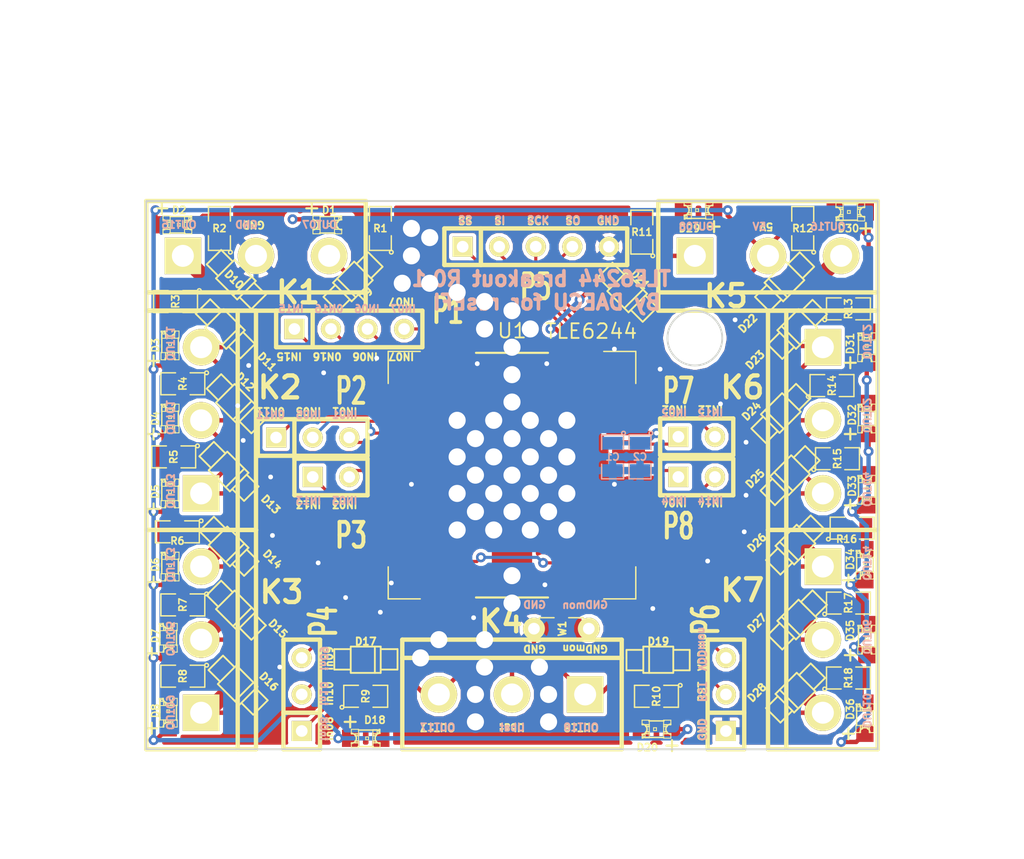
<source format=kicad_pcb>
(kicad_pcb (version 3) (host pcbnew "(2013-07-07 BZR 4022)-stable")
  (title_block (title "Breakout TLE6244") (rev R.01) (company http://rusefi.com/))
  (layers (15 F.Cu signal) (2 PWR power hide) (1 GND power hide) (0 B.Cu signal) (18 B.Paste user) (19 F.Paste user) (20 B.SilkS user) (21 F.SilkS user) (22 B.Mask user) (23 F.Mask user) (28 Edge.Cuts user))
  (net 0 "")
  (net 1 /5v)
  (net 2 /GNDmon)
  (net 3 /RST)
  (net 4 /SCK)
  (net 5 /SI)
  (net 6 /SO)
  (net 7 /SS)
  (net 8 /Ubatt)
  (net 9 /VDDmon)
  (net 10 /in01)
  (net 11 /in02)
  (net 12 /in03)
  (net 13 /in04)
  (net 14 /in05)
  (net 15 /in06)
  (net 16 /in07)
  (net 17 /in08)
  (net 18 /in09)
  (net 19 /in10)
  (net 20 /in11)
  (net 21 /in12)
  (net 22 /in13)
  (net 23 /in14)
  (net 24 /in15)
  (net 25 /in16)
  (net 26 /out01)
  (net 27 /out02)
  (net 28 /out03)
  (net 29 /out04)
  (net 30 /out05)
  (net 31 /out06)
  (net 32 /out07)
  (net 33 /out08)
  (net 34 /out09)
  (net 35 /out10)
  (net 36 /out11)
  (net 37 /out12)
  (net 38 /out13)
  (net 39 /out14)
  (net 40 /out15)
  (net 41 /out16)
  (net 42 /out17)
  (net 43 /out18)
  (net 44 GND)
  (net 45 N-0000026)
  (net 46 N-0000028)
  (net 47 N-0000029)
  (net 48 N-0000030)
  (net 49 N-0000033)
  (net 50 N-0000034)
  (net 51 N-0000039)
  (net 52 N-0000040)
  (net 53 N-0000041)
  (net 54 N-0000042)
  (net 55 N-0000043)
  (net 56 N-0000044)
  (net 57 N-0000059)
  (net 58 N-0000060)
  (net 59 N-0000061)
  (net 60 N-0000062)
  (net 61 N-0000063)
  (net 62 N-0000064)
  (net 63 N-0000065)
  (net 64 N-0000066)
  (net 65 N-0000068)
  (net 66 N-0000069)
  (net 67 N-0000070)
  (net 68 N-0000071)
  (net 69 N-0000072)
  (net 70 N-0000073)
  (net 71 N-0000074)
  (net 72 N-0000075)
  (net 73 N-0000076)
  (net 74 N-0000077)
  (net 75 N-0000078)
  (net 76 N-0000079)
  (net 77 N-0000080)
  (net 78 N-0000081)
  (net 79 N-0000083)
  (net 80 N-0000084)
  (module HiQUAD64 (layer F.Cu) (at 226.06 148.59)
    (fp_text reference U1 (at 0 -10.033) (layer F.SilkS) (effects (font (size 1.016 1.016) (thickness 0.127))))
    (fp_text value TLE6244 (at 5.5 -10) (layer F.SilkS) (effects (font (size 1.016 1.016) (thickness 0.127))))
    (pad 1 smd rect (at -8.09752 -6.17474 90) (size 0.29972 2.286) (layers F.Cu F.Paste F.Mask) (net 24 /in15))
    (pad 2 smd rect (at -8.09752 -5.5245 90) (size 0.29972 2.286) (layers F.Cu F.Paste F.Mask) (net 40 /out15))
    (pad 3 smd rect (at -8.09752 -4.87426 90) (size 0.29972 2.286) (layers F.Cu F.Paste F.Mask) (net 40 /out15))
    (pad 4 smd rect (at -8.09752 -4.22402 90) (size 0.29972 2.286) (layers F.Cu F.Paste F.Mask) (net 36 /out11))
    (pad 5 smd rect (at -8.09752 -3.57378 90) (size 0.29972 2.286) (layers F.Cu F.Paste F.Mask) (net 20 /in11))
    (pad 6 smd rect (at -8.09752 -2.92354 90) (size 0.29972 2.286) (layers F.Cu F.Paste F.Mask) (net 14 /in05))
    (pad 7 smd rect (at -8.09752 -2.2733 90) (size 0.29972 2.286) (layers F.Cu F.Paste F.Mask) (net 10 /in01))
    (pad 8 smd rect (at -8.09752 -1.62306 90) (size 0.29972 2.286) (layers F.Cu F.Paste F.Mask) (net 26 /out01))
    (pad 9 smd rect (at -8.09752 -0.97282 90) (size 0.29972 2.286) (layers F.Cu F.Paste F.Mask) (net 28 /out03))
    (pad 10 smd rect (at -8.09752 -0.32258 90) (size 0.29972 2.286) (layers F.Cu F.Paste F.Mask) (net 12 /in03))
    (pad 11 smd rect (at -8.09752 0.32258 90) (size 0.29972 2.286) (layers F.Cu F.Paste F.Mask) (net 44 GND))
    (pad 12 smd rect (at -8.09752 0.97282 90) (size 0.29972 2.286) (layers F.Cu F.Paste F.Mask) (net 44 GND))
    (pad 13 smd rect (at -8.09752 1.62306 90) (size 0.29972 2.286) (layers F.Cu F.Paste F.Mask) (net 22 /in13))
    (pad 14 smd rect (at -8.09752 2.2733 90) (size 0.29972 2.286) (layers F.Cu F.Paste F.Mask) (net 38 /out13))
    (pad 15 smd rect (at -8.09752 2.92354 90) (size 0.29972 2.286) (layers F.Cu F.Paste F.Mask) (net 38 /out13))
    (pad 16 smd rect (at -8.09752 3.57378 90) (size 0.29972 2.286) (layers F.Cu F.Paste F.Mask) (net 30 /out05))
    (pad 17 smd rect (at -8.09752 4.22402 90) (size 0.29972 2.286) (layers F.Cu F.Paste F.Mask) (net 30 /out05))
    (pad 18 smd rect (at -8.09752 4.87426 90) (size 0.29972 2.286) (layers F.Cu F.Paste F.Mask) (net 34 /out09))
    (pad 19 smd rect (at -8.09752 5.5245 90) (size 0.29972 2.286) (layers F.Cu F.Paste F.Mask) (net 34 /out09))
    (pad 20 smd rect (at -8.09752 6.17474 90) (size 0.29972 2.286) (layers F.Cu F.Paste F.Mask) (net 18 /in09))
    (pad 21 smd rect (at -6.07378 8.09752 180) (size 0.29972 2.286) (layers F.Cu F.Paste F.Mask))
    (pad 22 smd rect (at -5.42354 8.09752 180) (size 0.29972 2.286) (layers F.Cu F.Paste F.Mask) (net 17 /in08))
    (pad 23 smd rect (at -4.7733 8.09752 180) (size 0.29972 2.286) (layers F.Cu F.Paste F.Mask) (net 8 /Ubatt))
    (pad 24 smd rect (at -4.12306 8.09752 180) (size 0.29972 2.286) (layers F.Cu F.Paste F.Mask))
    (pad 25 smd rect (at -3.47282 8.09752 180) (size 0.29972 2.286) (layers F.Cu F.Paste F.Mask) (net 42 /out17))
    (pad 26 smd rect (at -2.82258 8.09752 180) (size 0.29972 2.286) (layers F.Cu F.Paste F.Mask) (net 44 GND))
    (pad 27 smd rect (at 2.82258 8.09752 180) (size 0.29972 2.286) (layers F.Cu F.Paste F.Mask) (net 44 GND))
    (pad 28 smd rect (at 3.47282 8.09752 180) (size 0.29972 2.286) (layers F.Cu F.Paste F.Mask) (net 43 /out18))
    (pad 29 smd rect (at 4.12306 8.09752 180) (size 0.29972 2.286) (layers F.Cu F.Paste F.Mask) (net 2 /GNDmon))
    (pad 30 smd rect (at 4.7733 8.09752 180) (size 0.29972 2.286) (layers F.Cu F.Paste F.Mask) (net 9 /VDDmon))
    (pad 31 smd rect (at 5.42354 8.09752 180) (size 0.29972 2.286) (layers F.Cu F.Paste F.Mask) (net 3 /RST))
    (pad 32 smd rect (at 6.07378 8.09752 180) (size 0.29972 2.286) (layers F.Cu F.Paste F.Mask))
    (pad 33 smd rect (at 8.09752 6.17474 270) (size 0.29972 2.286) (layers F.Cu F.Paste F.Mask) (net 19 /in10))
    (pad 34 smd rect (at 8.09752 5.5245 270) (size 0.29972 2.286) (layers F.Cu F.Paste F.Mask) (net 35 /out10))
    (pad 35 smd rect (at 8.09752 4.87426 270) (size 0.29972 2.286) (layers F.Cu F.Paste F.Mask) (net 35 /out10))
    (pad 36 smd rect (at 8.09752 4.22402 270) (size 0.29972 2.286) (layers F.Cu F.Paste F.Mask) (net 31 /out06))
    (pad 37 smd rect (at 8.09752 3.57378 270) (size 0.29972 2.286) (layers F.Cu F.Paste F.Mask) (net 31 /out06))
    (pad 38 smd rect (at 8.09752 2.92354 270) (size 0.29972 2.286) (layers F.Cu F.Paste F.Mask) (net 39 /out14))
    (pad 39 smd rect (at 8.09752 2.2733 270) (size 0.29972 2.286) (layers F.Cu F.Paste F.Mask) (net 39 /out14))
    (pad 40 smd rect (at 8.09752 1.62306 270) (size 0.29972 2.286) (layers F.Cu F.Paste F.Mask) (net 23 /in14))
    (pad 41 smd rect (at 8.09752 0.97282 270) (size 0.29972 2.286) (layers F.Cu F.Paste F.Mask) (net 44 GND))
    (pad 42 smd rect (at 8.09752 0.32258 270) (size 0.29972 2.286) (layers F.Cu F.Paste F.Mask) (net 44 GND))
    (pad 43 smd rect (at 8.09752 -0.32258 270) (size 0.29972 2.286) (layers F.Cu F.Paste F.Mask) (net 13 /in04))
    (pad 44 smd rect (at 8.09752 -0.97282 270) (size 0.29972 2.286) (layers F.Cu F.Paste F.Mask) (net 29 /out04))
    (pad 45 smd rect (at 8.09752 -1.62306 270) (size 0.29972 2.286) (layers F.Cu F.Paste F.Mask) (net 27 /out02))
    (pad 46 smd rect (at 8.09752 -2.2733 270) (size 0.29972 2.286) (layers F.Cu F.Paste F.Mask) (net 11 /in02))
    (pad 47 smd rect (at 8.09752 -2.92354 270) (size 0.29972 2.286) (layers F.Cu F.Paste F.Mask) (net 1 /5v))
    (pad 48 smd rect (at 8.09752 -3.57378 270) (size 0.29972 2.286) (layers F.Cu F.Paste F.Mask) (net 21 /in12))
    (pad 49 smd rect (at 8.09752 -4.22402 270) (size 0.29972 2.286) (layers F.Cu F.Paste F.Mask) (net 37 /out12))
    (pad 50 smd rect (at 8.09752 -4.87426 270) (size 0.29972 2.286) (layers F.Cu F.Paste F.Mask) (net 41 /out16))
    (pad 51 smd rect (at 8.09752 -5.5245 270) (size 0.29972 2.286) (layers F.Cu F.Paste F.Mask) (net 41 /out16))
    (pad 52 smd rect (at 8.09752 -6.17474 270) (size 0.29972 2.286) (layers F.Cu F.Paste F.Mask))
    (pad 53 smd rect (at 6.07378 -8.09752) (size 0.29972 2.286) (layers F.Cu F.Paste F.Mask) (net 6 /SO))
    (pad 54 smd rect (at 5.42354 -8.09752) (size 0.29972 2.286) (layers F.Cu F.Paste F.Mask) (net 4 /SCK))
    (pad 55 smd rect (at 4.7733 -8.09752) (size 0.29972 2.286) (layers F.Cu F.Paste F.Mask) (net 5 /SI))
    (pad 56 smd rect (at 4.12306 -8.09752) (size 0.29972 2.286) (layers F.Cu F.Paste F.Mask) (net 7 /SS))
    (pad 57 smd rect (at 3.47282 -8.09752) (size 0.29972 2.286) (layers F.Cu F.Paste F.Mask) (net 33 /out08))
    (pad 58 smd rect (at 2.82258 -8.09752) (size 0.29972 2.286) (layers F.Cu F.Paste F.Mask) (net 44 GND))
    (pad 59 smd rect (at -2.82258 -8.09752) (size 0.29972 2.286) (layers F.Cu F.Paste F.Mask) (net 44 GND))
    (pad 60 smd rect (at -3.47282 -8.09752) (size 0.29972 2.286) (layers F.Cu F.Paste F.Mask) (net 32 /out07))
    (pad 61 smd rect (at -4.12306 -8.09752) (size 0.29972 2.286) (layers F.Cu F.Paste F.Mask) (net 16 /in07))
    (pad 62 smd rect (at -4.7733 -8.09752) (size 0.29972 2.286) (layers F.Cu F.Paste F.Mask) (net 25 /in16))
    (pad 63 smd rect (at -5.42354 -8.09752) (size 0.29972 2.286) (layers F.Cu F.Paste F.Mask) (net 15 /in06))
    (pad 64 smd rect (at -6.07378 -8.09752) (size 0.29972 2.286) (layers F.Cu F.Paste F.Mask) (net 15 /in06))
    (pad slug smd rect (at 0 0 270) (size 9.5 9.5) (layers *.Paste *.Mask F.Cu) (net 44 GND))
    (pad slug smd rect (at 0 -6.858) (size 2.8 4.394) (layers F.Cu F.Paste F.Mask) (net 44 GND))
    (pad slug smd rect (at 0 6.858) (size 2.8 4.394) (layers F.Cu F.Paste F.Mask) (net 44 GND))
  )
  (module SIL-3 (layer F.Cu) (at 212.217 145.9738)
    (fp_text reference P2 (at 2.667 -3.2258) (layer F.SilkS) (effects (font (size 1.7907 1.07696) (thickness 0.3048))))
    (fp_text value CONN_3 hide)
    (pad 1 thru_hole rect (at -2.54 0) (size 1.397 1.397) (drill 0.8128) (layers *.Cu *.Mask F.SilkS) (net 20 /in11))
    (pad 2 thru_hole circle (at 0 0) (size 1.397 1.397) (drill 0.8128) (layers *.Cu *.Mask F.SilkS) (net 14 /in05))
    (pad 3 thru_hole circle (at 2.54 0) (size 1.397 1.397) (drill 0.8128) (layers *.Cu *.Mask F.SilkS) (net 10 /in01))
  )
  (module SOD-123 (layer F.Cu) (at 206.375 153.543 315)
    (fp_text reference D14 (at 2.783879 -1.526644 315) (layer F.SilkS) (effects (font (size 0.508 0.508) (thickness 0.127))))
    (fp_text value DIODE hide)
    (pad 1 smd rect (at -1.6256 -0.0254 315) (size 0.9652 1.27) (layers F.Cu F.Paste F.Mask) (net 70 N-0000073))
    (pad 2 smd rect (at 1.651 -0.0254 315) (size 0.9652 1.27) (layers F.Cu F.Paste F.Mask) (net 38 /out13))
  )
  (module SOD-123 (layer F.Cu) (at 245.872 158.623 225)
    (fp_text reference D27 (at 2.155261 1.796051 225) (layer F.SilkS) (effects (font (size 0.508 0.508) (thickness 0.127))))
    (fp_text value DIODE hide)
    (pad 1 smd rect (at -1.6256 -0.0254 225) (size 0.9652 1.27) (layers F.Cu F.Paste F.Mask) (net 57 N-0000059))
    (pad 2 smd rect (at 1.651 -0.0254 225) (size 0.9652 1.27) (layers F.Cu F.Paste F.Mask) (net 31 /out06))
  )
  (module SOD-123 (layer F.Cu) (at 245.745 153.416 225)
    (fp_text reference D26 (at 1.796051 1.975656 225) (layer F.SilkS) (effects (font (size 0.508 0.508) (thickness 0.127))))
    (fp_text value DIODE hide)
    (pad 1 smd rect (at -1.6256 -0.0254 225) (size 0.9652 1.27) (layers F.Cu F.Paste F.Mask) (net 61 N-0000063))
    (pad 2 smd rect (at 1.651 -0.0254 225) (size 0.9652 1.27) (layers F.Cu F.Paste F.Mask) (net 39 /out14))
  )
  (module SOD-123 (layer F.Cu) (at 245.364 148.59 225)
    (fp_text reference D25 (at 1.885854 1.526644 225) (layer F.SilkS) (effects (font (size 0.508 0.508) (thickness 0.127))))
    (fp_text value DIODE hide)
    (pad 1 smd rect (at -1.6256 -0.0254 225) (size 0.9652 1.27) (layers F.Cu F.Paste F.Mask) (net 63 N-0000065))
    (pad 2 smd rect (at 1.651 -0.0254 225) (size 0.9652 1.27) (layers F.Cu F.Paste F.Mask) (net 29 /out04))
  )
  (module SOD-123 (layer F.Cu) (at 245.745 163.703 225)
    (fp_text reference D28 (at 1.885854 1.885854 225) (layer F.SilkS) (effects (font (size 0.508 0.508) (thickness 0.127))))
    (fp_text value DIODE hide)
    (pad 1 smd rect (at -1.6256 -0.0254 225) (size 0.9652 1.27) (layers F.Cu F.Paste F.Mask) (net 58 N-0000060))
    (pad 2 smd rect (at 1.651 -0.0254 225) (size 0.9652 1.27) (layers F.Cu F.Paste F.Mask) (net 35 /out10))
  )
  (module SOD-123 (layer F.Cu) (at 244.729 144.272 225)
    (fp_text reference D24 (at 1.347038 1.526644 225) (layer F.SilkS) (effects (font (size 0.508 0.508) (thickness 0.127))))
    (fp_text value DIODE hide)
    (pad 1 smd rect (at -1.6256 -0.0254 225) (size 0.9652 1.27) (layers F.Cu F.Paste F.Mask) (net 75 N-0000078))
    (pad 2 smd rect (at 1.651 -0.0254 225) (size 0.9652 1.27) (layers F.Cu F.Paste F.Mask) (net 27 /out02))
  )
  (module SOD-123 (layer F.Cu) (at 206.883 135.001 315)
    (fp_text reference D10 (at -0.089803 0.089803 315) (layer F.SilkS) (effects (font (size 0.508 0.508) (thickness 0.127))))
    (fp_text value DIODE hide)
    (pad 1 smd rect (at -1.6256 -0.0254 315) (size 0.9652 1.27) (layers F.Cu F.Paste F.Mask) (net 56 N-0000044))
    (pad 2 smd rect (at 1.651 -0.0254 315) (size 0.9652 1.27) (layers F.Cu F.Paste F.Mask) (net 40 /out15))
  )
  (module SOD-123 (layer F.Cu) (at 245.872 138.43 225)
    (fp_text reference D23 (at 3.592102 0.538815 225) (layer F.SilkS) (effects (font (size 0.508 0.508) (thickness 0.127))))
    (fp_text value DIODE hide)
    (pad 1 smd rect (at -1.6256 -0.0254 225) (size 0.9652 1.27) (layers F.Cu F.Paste F.Mask) (net 77 N-0000080))
    (pad 2 smd rect (at 1.651 -0.0254 225) (size 0.9652 1.27) (layers F.Cu F.Paste F.Mask) (net 37 /out12))
  )
  (module SOD-123 (layer F.Cu) (at 207.01 163.195 315)
    (fp_text reference D16 (at 1.347038 -1.706249 315) (layer F.SilkS) (effects (font (size 0.508 0.508) (thickness 0.127))))
    (fp_text value DIODE hide)
    (pad 1 smd rect (at -1.6256 -0.0254 315) (size 0.9652 1.27) (layers F.Cu F.Paste F.Mask) (net 79 N-0000083))
    (pad 2 smd rect (at 1.651 -0.0254 315) (size 0.9652 1.27) (layers F.Cu F.Paste F.Mask) (net 34 /out09))
  )
  (module SOD-123 (layer F.Cu) (at 236.22 161.417 180)
    (fp_text reference D19 (at 0 1.27 180) (layer F.SilkS) (effects (font (size 0.508 0.508) (thickness 0.127))))
    (fp_text value DIODE hide)
    (pad 1 smd rect (at -1.6256 -0.0254 180) (size 0.9652 1.27) (layers F.Cu F.Paste F.Mask) (net 65 N-0000068))
    (pad 2 smd rect (at 1.651 -0.0254 180) (size 0.9652 1.27) (layers F.Cu F.Paste F.Mask) (net 43 /out18))
  )
  (module SOD-123 (layer F.Cu) (at 206.883 157.988 315)
    (fp_text reference D15 (at 2.963485 -1.167433 315) (layer F.SilkS) (effects (font (size 0.508 0.508) (thickness 0.127))))
    (fp_text value DIODE hide)
    (pad 1 smd rect (at -1.6256 -0.0254 315) (size 0.9652 1.27) (layers F.Cu F.Paste F.Mask) (net 69 N-0000072))
    (pad 2 smd rect (at 1.651 -0.0254 315) (size 0.9652 1.27) (layers F.Cu F.Paste F.Mask) (net 30 /out05))
  )
  (module SOD-123 (layer F.Cu) (at 215.011 135.128 225)
    (fp_text reference D9 (at 0 -1.27 225) (layer F.SilkS) (effects (font (size 0.508 0.508) (thickness 0.127))))
    (fp_text value DIODE hide)
    (pad 1 smd rect (at -1.6256 -0.0254 225) (size 0.9652 1.27) (layers F.Cu F.Paste F.Mask) (net 45 N-0000026))
    (pad 2 smd rect (at 1.651 -0.0254 225) (size 0.9652 1.27) (layers F.Cu F.Paste F.Mask) (net 32 /out07))
  )
  (module SOD-123 (layer F.Cu) (at 206.375 148.336 315)
    (fp_text reference D13 (at 3.681905 -0.449013 315) (layer F.SilkS) (effects (font (size 0.508 0.508) (thickness 0.127))))
    (fp_text value DIODE hide)
    (pad 1 smd rect (at -1.6256 -0.0254 315) (size 0.9652 1.27) (layers F.Cu F.Paste F.Mask) (net 72 N-0000075))
    (pad 2 smd rect (at 1.651 -0.0254 315) (size 0.9652 1.27) (layers F.Cu F.Paste F.Mask) (net 28 /out03))
  )
  (module SOD-123 (layer F.Cu) (at 206.883 143.637 315)
    (fp_text reference D12 (at -0.628618 -1.526644 315) (layer F.SilkS) (effects (font (size 0.508 0.508) (thickness 0.127))))
    (fp_text value DIODE hide)
    (pad 1 smd rect (at -1.6256 -0.0254 315) (size 0.9652 1.27) (layers F.Cu F.Paste F.Mask) (net 73 N-0000076))
    (pad 2 smd rect (at 1.651 -0.0254 315) (size 0.9652 1.27) (layers F.Cu F.Paste F.Mask) (net 26 /out01))
  )
  (module SOD-123 (layer F.Cu) (at 206.121 138.43 315)
    (fp_text reference D11 (at 3.681905 -0.449013 315) (layer F.SilkS) (effects (font (size 0.508 0.508) (thickness 0.127))))
    (fp_text value DIODE hide)
    (pad 1 smd rect (at -1.6256 -0.0254 315) (size 0.9652 1.27) (layers F.Cu F.Paste F.Mask) (net 52 N-0000040))
    (pad 2 smd rect (at 1.651 -0.0254 315) (size 0.9652 1.27) (layers F.Cu F.Paste F.Mask) (net 36 /out11))
  )
  (module SOD-123 (layer F.Cu) (at 215.9 161.417)
    (fp_text reference D17 (at 0 -1.27) (layer F.SilkS) (effects (font (size 0.508 0.508) (thickness 0.127))))
    (fp_text value DIODE hide)
    (pad 1 smd rect (at -1.6256 -0.0254) (size 0.9652 1.27) (layers F.Cu F.Paste F.Mask) (net 49 N-0000033))
    (pad 2 smd rect (at 1.651 -0.0254) (size 0.9652 1.27) (layers F.Cu F.Paste F.Mask) (net 42 /out17))
  )
  (module SOD-123 (layer F.Cu) (at 244.983 135.128 225)
    (fp_text reference D22 (at 3.86151 -0.269408 225) (layer F.SilkS) (effects (font (size 0.508 0.508) (thickness 0.127))))
    (fp_text value DIODE hide)
    (pad 1 smd rect (at -1.6256 -0.0254 225) (size 0.9652 1.27) (layers F.Cu F.Paste F.Mask) (net 53 N-0000041))
    (pad 2 smd rect (at 1.651 -0.0254 225) (size 0.9652 1.27) (layers F.Cu F.Paste F.Mask) (net 41 /out16))
  )
  (module SOD-123 (layer F.Cu) (at 234.061 135.89 315)
    (fp_text reference D21 (at 0 -1.27 315) (layer F.SilkS) (effects (font (size 0.508 0.508) (thickness 0.127))))
    (fp_text value DIODE hide)
    (pad 1 smd rect (at -1.6256 -0.0254 315) (size 0.9652 1.27) (layers F.Cu F.Paste F.Mask) (net 46 N-0000028))
    (pad 2 smd rect (at 1.651 -0.0254 315) (size 0.9652 1.27) (layers F.Cu F.Paste F.Mask) (net 33 /out08))
  )
  (module SM0805_jumper (layer F.Cu) (at 229.489 159.258)
    (fp_text reference W1 (at 0.0635 0 90) (layer F.SilkS) (effects (font (size 0.508 0.508) (thickness 0.127))))
    (fp_text value TEST hide)
    (pad 2 smd rect (at 1.27 0) (size 1.524 0.2032) (layers F.Cu F.Paste F.Mask) (net 2 /GNDmon))
    (pad 1 smd rect (at -0.9525 0) (size 0.889 1.397) (layers F.Cu F.Paste F.Mask) (net 44 GND))
    (pad 2 smd rect (at 0.9525 0) (size 0.889 1.397) (layers F.Cu F.Paste F.Mask) (net 2 /GNDmon))
    (pad 2 thru_hole circle (at 1.905 0) (size 1.524 1.524) (drill 0.8128) (layers *.Cu *.Mask F.SilkS) (net 2 /GNDmon))
    (pad 1 thru_hole circle (at -1.905 0) (size 1.524 1.524) (drill 0.8128) (layers *.Cu *.Mask F.SilkS) (net 44 GND))
    (pad 1 smd rect (at -1.27 0) (size 1.524 0.2032) (layers F.Cu F.Paste F.Mask) (net 44 GND))
  )
  (module SM0805 (layer F.Cu) (at 249.428 137.033)
    (fp_text reference R13 (at 0 0 90) (layer F.SilkS) (effects (font (size 0.50038 0.50038) (thickness 0.10922))))
    (fp_text value 1K hide)
    (pad 1 smd rect (at -0.9525 0) (size 0.889 1.397) (layers F.Cu F.Paste F.Mask) (net 77 N-0000080))
    (pad 2 smd rect (at 0.9525 0) (size 0.889 1.397) (layers F.Cu F.Paste F.Mask) (net 78 N-0000081))
  )
  (module SM0805 (layer F.Cu) (at 249.428 157.48)
    (fp_text reference R17 (at 0 0 90) (layer F.SilkS) (effects (font (size 0.50038 0.50038) (thickness 0.10922))))
    (fp_text value 1K hide)
    (pad 1 smd rect (at -0.9525 0) (size 0.889 1.397) (layers F.Cu F.Paste F.Mask) (net 57 N-0000059))
    (pad 2 smd rect (at 0.9525 0) (size 0.889 1.397) (layers F.Cu F.Paste F.Mask) (net 60 N-0000062))
  )
  (module SM0805 (layer F.Cu) (at 215.9 163.957)
    (fp_text reference R9 (at 0 0 90) (layer F.SilkS) (effects (font (size 0.50038 0.50038) (thickness 0.10922))))
    (fp_text value 1K hide)
    (pad 1 smd rect (at -0.9525 0) (size 0.889 1.397) (layers F.Cu F.Paste F.Mask) (net 49 N-0000033))
    (pad 2 smd rect (at 0.9525 0) (size 0.889 1.397) (layers F.Cu F.Paste F.Mask) (net 50 N-0000034))
  )
  (module SM0805 (layer F.Cu) (at 249.428 162.687)
    (fp_text reference R18 (at 0 0 90) (layer F.SilkS) (effects (font (size 0.50038 0.50038) (thickness 0.10922))))
    (fp_text value 1K hide)
    (pad 1 smd rect (at -0.9525 0) (size 0.889 1.397) (layers F.Cu F.Paste F.Mask) (net 58 N-0000060))
    (pad 2 smd rect (at 0.9525 0) (size 0.889 1.397) (layers F.Cu F.Paste F.Mask) (net 59 N-0000061))
  )
  (module SM0805 (layer F.Cu) (at 249.682 152.273)
    (fp_text reference R16 (at -0.381 0.762) (layer F.SilkS) (effects (font (size 0.50038 0.50038) (thickness 0.10922))))
    (fp_text value 1K hide)
    (pad 1 smd rect (at -0.9525 0) (size 0.889 1.397) (layers F.Cu F.Paste F.Mask) (net 61 N-0000063))
    (pad 2 smd rect (at 0.9525 0) (size 0.889 1.397) (layers F.Cu F.Paste F.Mask) (net 62 N-0000064))
  )
  (module SM0805 (layer F.Cu) (at 248.666 147.447)
    (fp_text reference R15 (at 0 0 90) (layer F.SilkS) (effects (font (size 0.50038 0.50038) (thickness 0.10922))))
    (fp_text value 1K hide)
    (pad 1 smd rect (at -0.9525 0) (size 0.889 1.397) (layers F.Cu F.Paste F.Mask) (net 63 N-0000065))
    (pad 2 smd rect (at 0.9525 0) (size 0.889 1.397) (layers F.Cu F.Paste F.Mask) (net 64 N-0000066))
  )
  (module SM0805 (layer F.Cu) (at 205.74 131.445 90)
    (fp_text reference R2 (at 0 0 180) (layer F.SilkS) (effects (font (size 0.50038 0.50038) (thickness 0.10922))))
    (fp_text value 1K hide)
    (pad 1 smd rect (at -0.9525 0 90) (size 0.889 1.397) (layers F.Cu F.Paste F.Mask) (net 56 N-0000044))
    (pad 2 smd rect (at 0.9525 0 90) (size 0.889 1.397) (layers F.Cu F.Paste F.Mask) (net 55 N-0000043))
  )
  (module SM0805 (layer B.Cu) (at 233.045 147.32 270)
    (fp_text reference C1 (at 0 0 540) (layer B.SilkS) (effects (font (size 0.50038 0.50038) (thickness 0.10922)) (justify mirror)))
    (fp_text value 1uF hide)
    (pad 1 smd rect (at -0.9525 0 270) (size 0.889 1.397) (layers B.Cu B.Paste B.Mask) (net 1 /5v))
    (pad 2 smd rect (at 0.9525 0 270) (size 0.889 1.397) (layers B.Cu B.Paste B.Mask) (net 44 GND))
  )
  (module SM0805 (layer F.Cu) (at 248.285 142.367)
    (fp_text reference R14 (at 0 0 90) (layer F.SilkS) (effects (font (size 0.50038 0.50038) (thickness 0.10922))))
    (fp_text value 1K hide)
    (pad 1 smd rect (at -0.9525 0) (size 0.889 1.397) (layers F.Cu F.Paste F.Mask) (net 75 N-0000078))
    (pad 2 smd rect (at 0.9525 0) (size 0.889 1.397) (layers F.Cu F.Paste F.Mask) (net 76 N-0000079))
  )
  (module SM0805 (layer F.Cu) (at 246.253 131.445 90)
    (fp_text reference R12 (at 0 0 180) (layer F.SilkS) (effects (font (size 0.50038 0.50038) (thickness 0.10922))))
    (fp_text value 1K hide)
    (pad 1 smd rect (at -0.9525 0 90) (size 0.889 1.397) (layers F.Cu F.Paste F.Mask) (net 53 N-0000041))
    (pad 2 smd rect (at 0.9525 0 90) (size 0.889 1.397) (layers F.Cu F.Paste F.Mask) (net 54 N-0000042))
  )
  (module SM0805 (layer F.Cu) (at 236.093 163.957 180)
    (fp_text reference R10 (at 0 0 270) (layer F.SilkS) (effects (font (size 0.50038 0.50038) (thickness 0.10922))))
    (fp_text value 1K hide)
    (pad 1 smd rect (at -0.9525 0 180) (size 0.889 1.397) (layers F.Cu F.Paste F.Mask) (net 65 N-0000068))
    (pad 2 smd rect (at 0.9525 0 180) (size 0.889 1.397) (layers F.Cu F.Paste F.Mask) (net 66 N-0000069))
  )
  (module SM0805 (layer B.Cu) (at 234.95 147.32 270)
    (fp_text reference C2 (at 0 0 540) (layer B.SilkS) (effects (font (size 0.50038 0.50038) (thickness 0.10922)) (justify mirror)))
    (fp_text value .01uF hide)
    (pad 1 smd rect (at -0.9525 0 270) (size 0.889 1.397) (layers B.Cu B.Paste B.Mask) (net 1 /5v))
    (pad 2 smd rect (at 0.9525 0 270) (size 0.889 1.397) (layers B.Cu B.Paste B.Mask) (net 44 GND))
  )
  (module SM0805 (layer F.Cu) (at 203.2 162.56 180)
    (fp_text reference R8 (at 0 0 270) (layer F.SilkS) (effects (font (size 0.50038 0.50038) (thickness 0.10922))))
    (fp_text value 1K hide)
    (pad 1 smd rect (at -0.9525 0 180) (size 0.889 1.397) (layers F.Cu F.Paste F.Mask) (net 79 N-0000083))
    (pad 2 smd rect (at 0.9525 0 180) (size 0.889 1.397) (layers F.Cu F.Paste F.Mask) (net 80 N-0000084))
  )
  (module SM0805 (layer F.Cu) (at 202.692 136.525 180)
    (fp_text reference R3 (at 0 0 270) (layer F.SilkS) (effects (font (size 0.50038 0.50038) (thickness 0.10922))))
    (fp_text value 1K hide)
    (pad 1 smd rect (at -0.9525 0 180) (size 0.889 1.397) (layers F.Cu F.Paste F.Mask) (net 52 N-0000040))
    (pad 2 smd rect (at 0.9525 0 180) (size 0.889 1.397) (layers F.Cu F.Paste F.Mask) (net 51 N-0000039))
  )
  (module SM0805 (layer F.Cu) (at 216.916 131.445 90)
    (fp_text reference R1 (at 0 0 180) (layer F.SilkS) (effects (font (size 0.50038 0.50038) (thickness 0.10922))))
    (fp_text value 1K hide)
    (pad 1 smd rect (at -0.9525 0 90) (size 0.889 1.397) (layers F.Cu F.Paste F.Mask) (net 45 N-0000026))
    (pad 2 smd rect (at 0.9525 0 90) (size 0.889 1.397) (layers F.Cu F.Paste F.Mask) (net 48 N-0000030))
  )
  (module SM0805 (layer F.Cu) (at 203.2 157.607 180)
    (fp_text reference R7 (at 0 0 270) (layer F.SilkS) (effects (font (size 0.50038 0.50038) (thickness 0.10922))))
    (fp_text value 1K hide)
    (pad 1 smd rect (at -0.9525 0 180) (size 0.889 1.397) (layers F.Cu F.Paste F.Mask) (net 69 N-0000072))
    (pad 2 smd rect (at 0.9525 0 180) (size 0.889 1.397) (layers F.Cu F.Paste F.Mask) (net 68 N-0000071))
  )
  (module SM0805 (layer F.Cu) (at 202.819 152.527 180)
    (fp_text reference R6 (at 0 -0.635 180) (layer F.SilkS) (effects (font (size 0.50038 0.50038) (thickness 0.10922))))
    (fp_text value 1K hide)
    (pad 1 smd rect (at -0.9525 0 180) (size 0.889 1.397) (layers F.Cu F.Paste F.Mask) (net 70 N-0000073))
    (pad 2 smd rect (at 0.9525 0 180) (size 0.889 1.397) (layers F.Cu F.Paste F.Mask) (net 71 N-0000074))
  )
  (module SM0805 (layer F.Cu) (at 235.077 131.699 90)
    (fp_text reference R11 (at 0 0 180) (layer F.SilkS) (effects (font (size 0.50038 0.50038) (thickness 0.10922))))
    (fp_text value 1K hide)
    (pad 1 smd rect (at -0.9525 0 90) (size 0.889 1.397) (layers F.Cu F.Paste F.Mask) (net 46 N-0000028))
    (pad 2 smd rect (at 0.9525 0 90) (size 0.889 1.397) (layers F.Cu F.Paste F.Mask) (net 47 N-0000029))
  )
  (module SM0805 (layer F.Cu) (at 202.565 147.32 180)
    (fp_text reference R5 (at 0 0 270) (layer F.SilkS) (effects (font (size 0.50038 0.50038) (thickness 0.10922))))
    (fp_text value 1K hide)
    (pad 1 smd rect (at -0.9525 0 180) (size 0.889 1.397) (layers F.Cu F.Paste F.Mask) (net 72 N-0000075))
    (pad 2 smd rect (at 0.9525 0 180) (size 0.889 1.397) (layers F.Cu F.Paste F.Mask) (net 67 N-0000070))
  )
  (module SM0805 (layer F.Cu) (at 203.2 142.24 180)
    (fp_text reference R4 (at 0 0 270) (layer F.SilkS) (effects (font (size 0.50038 0.50038) (thickness 0.10922))))
    (fp_text value 1K hide)
    (pad 1 smd rect (at -0.9525 0 180) (size 0.889 1.397) (layers F.Cu F.Paste F.Mask) (net 73 N-0000076))
    (pad 2 smd rect (at 0.9525 0 180) (size 0.889 1.397) (layers F.Cu F.Paste F.Mask) (net 74 N-0000077))
  )
  (module LED-0805_A (layer F.Cu) (at 215.9 166.878)
    (fp_text reference D18 (at 0.635 -1.27) (layer F.SilkS) (effects (font (size 0.508 0.508) (thickness 0.10922))))
    (fp_text value LED-red hide)
    (pad 1 smd rect (at -1.04902 0) (size 1.19888 1.19888) (layers F.Cu F.Paste F.Mask) (net 1 /5v))
    (pad 2 smd rect (at 1.04902 0) (size 1.19888 1.19888) (layers F.Cu F.Paste F.Mask) (net 50 N-0000034))
  )
  (module LED-0805_A (layer F.Cu) (at 239.014 130.175 180)
    (fp_text reference D29 (at 0.635 -1.27 180) (layer F.SilkS) (effects (font (size 0.508 0.508) (thickness 0.10922))))
    (fp_text value LED-red hide)
    (pad 1 smd rect (at -1.04902 0 180) (size 1.19888 1.19888) (layers F.Cu F.Paste F.Mask) (net 1 /5v))
    (pad 2 smd rect (at 1.04902 0 180) (size 1.19888 1.19888) (layers F.Cu F.Paste F.Mask) (net 47 N-0000029))
  )
  (module LED-0805_A (layer F.Cu) (at 202.311 149.86 90)
    (fp_text reference D5 (at 0.127 -1.016 90) (layer F.SilkS) (effects (font (size 0.508 0.508) (thickness 0.10922))))
    (fp_text value LED-red hide)
    (pad 1 smd rect (at -1.04902 0 90) (size 1.19888 1.19888) (layers F.Cu F.Paste F.Mask) (net 1 /5v))
    (pad 2 smd rect (at 1.04902 0 90) (size 1.19888 1.19888) (layers F.Cu F.Paste F.Mask) (net 67 N-0000070))
  )
  (module LED-0805_A (layer F.Cu) (at 202.311 154.94 90)
    (fp_text reference D6 (at 0.127 -1.016 90) (layer F.SilkS) (effects (font (size 0.508 0.508) (thickness 0.10922))))
    (fp_text value LED-red hide)
    (pad 1 smd rect (at -1.04902 0 90) (size 1.19888 1.19888) (layers F.Cu F.Paste F.Mask) (net 1 /5v))
    (pad 2 smd rect (at 1.04902 0 90) (size 1.19888 1.19888) (layers F.Cu F.Paste F.Mask) (net 71 N-0000074))
  )
  (module LED-0805_A (layer F.Cu) (at 213.233 131.191)
    (fp_text reference D1 (at 0.127 -1.016) (layer F.SilkS) (effects (font (size 0.508 0.508) (thickness 0.10922))))
    (fp_text value LED-red hide)
    (pad 1 smd rect (at -1.04902 0) (size 1.19888 1.19888) (layers F.Cu F.Paste F.Mask) (net 1 /5v))
    (pad 2 smd rect (at 1.04902 0) (size 1.19888 1.19888) (layers F.Cu F.Paste F.Mask) (net 48 N-0000030))
  )
  (module LED-0805_A (layer F.Cu) (at 202.184 159.893 90)
    (fp_text reference D7 (at 0.127 -0.889 90) (layer F.SilkS) (effects (font (size 0.508 0.508) (thickness 0.10922))))
    (fp_text value LED-red hide)
    (pad 1 smd rect (at -1.04902 0 90) (size 1.19888 1.19888) (layers F.Cu F.Paste F.Mask) (net 1 /5v))
    (pad 2 smd rect (at 1.04902 0 90) (size 1.19888 1.19888) (layers F.Cu F.Paste F.Mask) (net 68 N-0000071))
  )
  (module LED-0805_A (layer F.Cu) (at 202.311 144.653 90)
    (fp_text reference D4 (at 0 -1.016 90) (layer F.SilkS) (effects (font (size 0.508 0.508) (thickness 0.10922))))
    (fp_text value LED-red hide)
    (pad 1 smd rect (at -1.04902 0 90) (size 1.19888 1.19888) (layers F.Cu F.Paste F.Mask) (net 1 /5v))
    (pad 2 smd rect (at 1.04902 0 90) (size 1.19888 1.19888) (layers F.Cu F.Paste F.Mask) (net 74 N-0000077))
  )
  (module LED-0805_A (layer F.Cu) (at 202.311 139.573 90)
    (fp_text reference D3 (at 0 -1.016 90) (layer F.SilkS) (effects (font (size 0.508 0.508) (thickness 0.10922))))
    (fp_text value LED-red hide)
    (pad 1 smd rect (at -1.04902 0 90) (size 1.19888 1.19888) (layers F.Cu F.Paste F.Mask) (net 1 /5v))
    (pad 2 smd rect (at 1.04902 0 90) (size 1.19888 1.19888) (layers F.Cu F.Paste F.Mask) (net 51 N-0000039))
  )
  (module LED-0805_A (layer F.Cu) (at 249.555 130.302 180)
    (fp_text reference D30 (at 0.127 -1.143 180) (layer F.SilkS) (effects (font (size 0.508 0.508) (thickness 0.10922))))
    (fp_text value LED-red hide)
    (pad 1 smd rect (at -1.04902 0 180) (size 1.19888 1.19888) (layers F.Cu F.Paste F.Mask) (net 1 /5v))
    (pad 2 smd rect (at 1.04902 0 180) (size 1.19888 1.19888) (layers F.Cu F.Paste F.Mask) (net 54 N-0000042))
  )
  (module LED-0805_A (layer F.Cu) (at 202.819 131.191)
    (fp_text reference D2 (at 0.127 -1.016) (layer F.SilkS) (effects (font (size 0.508 0.508) (thickness 0.10922))))
    (fp_text value LED-red hide)
    (pad 1 smd rect (at -1.04902 0) (size 1.19888 1.19888) (layers F.Cu F.Paste F.Mask) (net 1 /5v))
    (pad 2 smd rect (at 1.04902 0) (size 1.19888 1.19888) (layers F.Cu F.Paste F.Mask) (net 55 N-0000043))
  )
  (module LED-0805_A (layer F.Cu) (at 250.698 160.02 90)
    (fp_text reference D35 (at 0.635 -1.143 90) (layer F.SilkS) (effects (font (size 0.508 0.508) (thickness 0.10922))))
    (fp_text value LED-red hide)
    (pad 1 smd rect (at -1.04902 0 90) (size 1.19888 1.19888) (layers F.Cu F.Paste F.Mask) (net 1 /5v))
    (pad 2 smd rect (at 1.04902 0 90) (size 1.19888 1.19888) (layers F.Cu F.Paste F.Mask) (net 60 N-0000062))
  )
  (module LED-0805_A (layer F.Cu) (at 202.184 165.1 90)
    (fp_text reference D8 (at 0.127 -0.889 90) (layer F.SilkS) (effects (font (size 0.508 0.508) (thickness 0.10922))))
    (fp_text value LED-red hide)
    (pad 1 smd rect (at -1.04902 0 90) (size 1.19888 1.19888) (layers F.Cu F.Paste F.Mask) (net 1 /5v))
    (pad 2 smd rect (at 1.04902 0 90) (size 1.19888 1.19888) (layers F.Cu F.Paste F.Mask) (net 80 N-0000084))
  )
  (module LED-0805_A (layer F.Cu) (at 236.093 166.243 180)
    (fp_text reference D20 (at 0.635 -1.27 180) (layer F.SilkS) (effects (font (size 0.508 0.508) (thickness 0.10922))))
    (fp_text value LED-red hide)
    (pad 1 smd rect (at -1.04902 0 180) (size 1.19888 1.19888) (layers F.Cu F.Paste F.Mask) (net 1 /5v))
    (pad 2 smd rect (at 1.04902 0 180) (size 1.19888 1.19888) (layers F.Cu F.Paste F.Mask) (net 66 N-0000069))
  )
  (module LED-0805_A (layer F.Cu) (at 250.698 139.7 90)
    (fp_text reference D31 (at 0.254 -1.143 90) (layer F.SilkS) (effects (font (size 0.508 0.508) (thickness 0.10922))))
    (fp_text value LED-red hide)
    (pad 1 smd rect (at -1.04902 0 90) (size 1.19888 1.19888) (layers F.Cu F.Paste F.Mask) (net 1 /5v))
    (pad 2 smd rect (at 1.04902 0 90) (size 1.19888 1.19888) (layers F.Cu F.Paste F.Mask) (net 78 N-0000081))
  )
  (module LED-0805_A (layer F.Cu) (at 250.698 144.653 90)
    (fp_text reference D32 (at 0.254 -1.016 90) (layer F.SilkS) (effects (font (size 0.508 0.508) (thickness 0.10922))))
    (fp_text value LED-red hide)
    (pad 1 smd rect (at -1.04902 0 90) (size 1.19888 1.19888) (layers F.Cu F.Paste F.Mask) (net 1 /5v))
    (pad 2 smd rect (at 1.04902 0 90) (size 1.19888 1.19888) (layers F.Cu F.Paste F.Mask) (net 76 N-0000079))
  )
  (module LED-0805_A (layer F.Cu) (at 250.698 149.606 90)
    (fp_text reference D33 (at 0.254 -1.016 90) (layer F.SilkS) (effects (font (size 0.508 0.508) (thickness 0.10922))))
    (fp_text value LED-red hide)
    (pad 1 smd rect (at -1.04902 0 90) (size 1.19888 1.19888) (layers F.Cu F.Paste F.Mask) (net 1 /5v))
    (pad 2 smd rect (at 1.04902 0 90) (size 1.19888 1.19888) (layers F.Cu F.Paste F.Mask) (net 64 N-0000066))
  )
  (module LED-0805_A (layer F.Cu) (at 250.571 165.481 90)
    (fp_text reference D36 (at 0.635 -1.016 90) (layer F.SilkS) (effects (font (size 0.508 0.508) (thickness 0.10922))))
    (fp_text value LED-red hide)
    (pad 1 smd rect (at -1.04902 0 90) (size 1.19888 1.19888) (layers F.Cu F.Paste F.Mask) (net 1 /5v))
    (pad 2 smd rect (at 1.04902 0 90) (size 1.19888 1.19888) (layers F.Cu F.Paste F.Mask) (net 59 N-0000061))
  )
  (module LED-0805_A (layer F.Cu) (at 250.571 154.813 90)
    (fp_text reference D34 (at 0.381 -1.016 90) (layer F.SilkS) (effects (font (size 0.508 0.508) (thickness 0.10922))))
    (fp_text value LED-red hide)
    (pad 1 smd rect (at -1.04902 0 90) (size 1.19888 1.19888) (layers F.Cu F.Paste F.Mask) (net 1 /5v))
    (pad 2 smd rect (at 1.04902 0 90) (size 1.19888 1.19888) (layers F.Cu F.Paste F.Mask) (net 62 N-0000064))
  )
  (module bornier3 (layer F.Cu) (at 243.84 133.35)
    (fp_text reference K5 (at -2.921 2.794) (layer F.SilkS) (effects (font (size 1.524 1.524) (thickness 0.3048))))
    (fp_text value CONN_3 hide)
    (pad 1 thru_hole rect (at -5.08 0) (size 2.54 2.54) (drill 1.524) (layers *.Cu *.Mask F.SilkS) (net 33 /out08))
    (pad 2 thru_hole circle (at 0 0) (size 2.54 2.54) (drill 1.524) (layers *.Cu *.Mask F.SilkS) (net 1 /5v))
    (pad 3 thru_hole circle (at 5.08 0) (size 2.54 2.54) (drill 1.524) (layers *.Cu *.Mask F.SilkS) (net 41 /out16))
  )
  (module bornier3 (layer F.Cu) (at 247.65 144.78 270)
    (fp_text reference K6 (at -2.286 5.588 360) (layer F.SilkS) (effects (font (size 1.524 1.524) (thickness 0.3048))))
    (fp_text value CONN_3 hide)
    (pad 1 thru_hole rect (at -5.08 0 270) (size 2.54 2.54) (drill 1.524) (layers *.Cu *.Mask F.SilkS) (net 37 /out12))
    (pad 2 thru_hole circle (at 0 0 270) (size 2.54 2.54) (drill 1.524) (layers *.Cu *.Mask F.SilkS) (net 27 /out02))
    (pad 3 thru_hole circle (at 5.08 0 270) (size 2.54 2.54) (drill 1.524) (layers *.Cu *.Mask F.SilkS) (net 29 /out04))
  )
  (module bornier3 (layer F.Cu) (at 208.28 133.35)
    (fp_text reference K1 (at 2.921 2.54) (layer F.SilkS) (effects (font (size 1.524 1.524) (thickness 0.3048))))
    (fp_text value CONN_3 hide)
    (pad 1 thru_hole rect (at -5.08 0) (size 2.54 2.54) (drill 1.524) (layers *.Cu *.Mask F.SilkS) (net 40 /out15))
    (pad 2 thru_hole circle (at 0 0) (size 2.54 2.54) (drill 1.524) (layers *.Cu *.Mask F.SilkS) (net 44 GND))
    (pad 3 thru_hole circle (at 5.08 0) (size 2.54 2.54) (drill 1.524) (layers *.Cu *.Mask F.SilkS) (net 32 /out07))
  )
  (module bornier3 (layer F.Cu) (at 226.06 163.83 180)
    (fp_text reference K4 (at 0.762 5.08 180) (layer F.SilkS) (effects (font (size 1.524 1.524) (thickness 0.3048))))
    (fp_text value CONN_3 hide)
    (pad 1 thru_hole rect (at -5.08 0 180) (size 2.54 2.54) (drill 1.524) (layers *.Cu *.Mask F.SilkS) (net 43 /out18))
    (pad 2 thru_hole circle (at 0 0 180) (size 2.54 2.54) (drill 1.524) (layers *.Cu *.Mask F.SilkS) (net 8 /Ubatt))
    (pad 3 thru_hole circle (at 5.08 0 180) (size 2.54 2.54) (drill 1.524) (layers *.Cu *.Mask F.SilkS) (net 42 /out17))
  )
  (module bornier3 (layer F.Cu) (at 247.65 160.02 270)
    (fp_text reference K7 (at -3.429 5.588 360) (layer F.SilkS) (effects (font (size 1.524 1.524) (thickness 0.3048))))
    (fp_text value CONN_3 hide)
    (pad 1 thru_hole rect (at -5.08 0 270) (size 2.54 2.54) (drill 1.524) (layers *.Cu *.Mask F.SilkS) (net 39 /out14))
    (pad 2 thru_hole circle (at 0 0 270) (size 2.54 2.54) (drill 1.524) (layers *.Cu *.Mask F.SilkS) (net 31 /out06))
    (pad 3 thru_hole circle (at 5.08 0 270) (size 2.54 2.54) (drill 1.524) (layers *.Cu *.Mask F.SilkS) (net 35 /out10))
  )
  (module bornier3 (layer F.Cu) (at 204.47 160.02 90)
    (fp_text reference K3 (at 3.302 5.588 180) (layer F.SilkS) (effects (font (size 1.524 1.524) (thickness 0.3048))))
    (fp_text value CONN_3 hide)
    (pad 1 thru_hole rect (at -5.08 0 90) (size 2.54 2.54) (drill 1.524) (layers *.Cu *.Mask F.SilkS) (net 34 /out09))
    (pad 2 thru_hole circle (at 0 0 90) (size 2.54 2.54) (drill 1.524) (layers *.Cu *.Mask F.SilkS) (net 30 /out05))
    (pad 3 thru_hole circle (at 5.08 0 90) (size 2.54 2.54) (drill 1.524) (layers *.Cu *.Mask F.SilkS) (net 38 /out13))
  )
  (module bornier3 (layer F.Cu) (at 204.47 144.78 90)
    (fp_text reference K2 (at 2.286 5.461 180) (layer F.SilkS) (effects (font (size 1.524 1.524) (thickness 0.3048))))
    (fp_text value CONN_3 hide)
    (pad 1 thru_hole rect (at -5.08 0 90) (size 2.54 2.54) (drill 1.524) (layers *.Cu *.Mask F.SilkS) (net 28 /out03))
    (pad 2 thru_hole circle (at 0 0 90) (size 2.54 2.54) (drill 1.524) (layers *.Cu *.Mask F.SilkS) (net 26 /out01))
    (pad 3 thru_hole circle (at 5.08 0 90) (size 2.54 2.54) (drill 1.524) (layers *.Cu *.Mask F.SilkS) (net 36 /out11))
  )
  (module SIL-4 (layer F.Cu) (at 214.757 138.43)
    (fp_text reference P1 (at 6.858 -1.27) (layer F.SilkS) (effects (font (size 1.73482 1.08712) (thickness 0.3048))))
    (fp_text value CONN_4 hide)
    (pad 1 thru_hole rect (at -3.81 0) (size 1.397 1.397) (drill 0.8128) (layers *.Cu *.Mask F.SilkS) (net 24 /in15))
    (pad 2 thru_hole circle (at -1.27 0) (size 1.397 1.397) (drill 0.8128) (layers *.Cu *.Mask F.SilkS) (net 25 /in16))
    (pad 3 thru_hole circle (at 1.27 0) (size 1.397 1.397) (drill 0.8128) (layers *.Cu *.Mask F.SilkS) (net 15 /in06))
    (pad 4 thru_hole circle (at 3.81 0) (size 1.397 1.397) (drill 0.8128) (layers *.Cu *.Mask F.SilkS) (net 16 /in07))
  )
  (module SIL-3 (layer F.Cu) (at 211.455 163.83 90)
    (fp_text reference P4 (at 5.08 1.524 90) (layer F.SilkS) (effects (font (size 1.7907 1.07696) (thickness 0.3048))))
    (fp_text value CONN_3 hide)
    (pad 1 thru_hole rect (at -2.54 0 90) (size 1.397 1.397) (drill 0.8128) (layers *.Cu *.Mask F.SilkS) (net 17 /in08))
    (pad 2 thru_hole circle (at 0 0 90) (size 1.397 1.397) (drill 0.8128) (layers *.Cu *.Mask F.SilkS) (net 19 /in10))
    (pad 3 thru_hole circle (at 2.54 0 90) (size 1.397 1.397) (drill 0.8128) (layers *.Cu *.Mask F.SilkS) (net 18 /in09))
  )
  (module SIL-3 (layer F.Cu) (at 240.919 163.83 90)
    (fp_text reference P6 (at 5.207 -1.397 90) (layer F.SilkS) (effects (font (size 1.7907 1.07696) (thickness 0.3048))))
    (fp_text value CONN_3 hide)
    (pad 1 thru_hole rect (at -2.54 0 90) (size 1.397 1.397) (drill 0.8128) (layers *.Cu *.Mask F.SilkS) (net 44 GND))
    (pad 2 thru_hole circle (at 0 0 90) (size 1.397 1.397) (drill 0.8128) (layers *.Cu *.Mask F.SilkS) (net 3 /RST))
    (pad 3 thru_hole circle (at 2.54 0 90) (size 1.397 1.397) (drill 0.8128) (layers *.Cu *.Mask F.SilkS) (net 9 /VDDmon))
  )
  (module SIL-5 (layer F.Cu) (at 228.981 132.715)
    (fp_text reference P5 (at -1.27 2.794) (layer F.SilkS) (effects (font (size 1.72974 1.08712) (thickness 0.3048))))
    (fp_text value CONN_5 hide)
    (pad 1 thru_hole rect (at -6.35 0) (size 1.397 1.397) (drill 0.8128) (layers *.Cu *.Mask F.SilkS) (net 7 /SS))
    (pad 2 thru_hole circle (at -3.81 0) (size 1.397 1.397) (drill 0.8128) (layers *.Cu *.Mask F.SilkS) (net 5 /SI))
    (pad 3 thru_hole circle (at -1.27 0) (size 1.397 1.397) (drill 0.8128) (layers *.Cu *.Mask F.SilkS) (net 4 /SCK))
    (pad 4 thru_hole circle (at 1.27 0) (size 1.397 1.397) (drill 0.8128) (layers *.Cu *.Mask F.SilkS) (net 6 /SO))
    (pad 5 thru_hole circle (at 3.81 0) (size 1.397 1.397) (drill 0.8128) (layers *.Cu *.Mask F.SilkS) (net 44 GND))
  )
  (module SIL-2 (layer F.Cu) (at 213.487 148.717)
    (fp_text reference P3 (at 1.397 4.064) (layer F.SilkS) (effects (font (size 1.72974 1.08712) (thickness 0.3048))))
    (fp_text value CONN_2 hide)
    (pad 1 thru_hole rect (at -1.27 0) (size 1.397 1.397) (drill 0.8128) (layers *.Cu *.Mask F.SilkS) (net 22 /in13))
    (pad 2 thru_hole circle (at 1.27 0) (size 1.397 1.397) (drill 0.8128) (layers *.Cu *.Mask F.SilkS) (net 12 /in03))
  )
  (module SIL-2 (layer F.Cu) (at 238.887 148.717)
    (fp_text reference P8 (at -1.27 3.429) (layer F.SilkS) (effects (font (size 1.72974 1.08712) (thickness 0.3048))))
    (fp_text value CONN_2 hide)
    (pad 1 thru_hole rect (at -1.27 0) (size 1.397 1.397) (drill 0.8128) (layers *.Cu *.Mask F.SilkS) (net 13 /in04))
    (pad 2 thru_hole circle (at 1.27 0) (size 1.397 1.397) (drill 0.8128) (layers *.Cu *.Mask F.SilkS) (net 23 /in14))
  )
  (module SIL-2 (layer F.Cu) (at 238.887 145.923)
    (fp_text reference P7 (at -1.27 -3.175) (layer F.SilkS) (effects (font (size 1.72974 1.08712) (thickness 0.3048))))
    (fp_text value CONN_2 hide)
    (pad 1 thru_hole rect (at -1.27 0) (size 1.397 1.397) (drill 0.8128) (layers *.Cu *.Mask F.SilkS) (net 11 /in02))
    (pad 2 thru_hole circle (at 1.27 0) (size 1.397 1.397) (drill 0.8128) (layers *.Cu *.Mask F.SilkS) (net 21 /in12))
  )
  (gr_text "IN12  IN02" (at 240.792 144.018 180) (layer F.SilkS) (effects (font (size 0.508 0.508) (thickness 0.127)) (justify left)))
  (gr_text "IN14  IN04" (at 240.792 150.495 180) (layer F.SilkS) (effects (font (size 0.508 0.508) (thickness 0.127)) (justify left)))
  (gr_text IN07 (at 219.329 136.525 180) (layer F.SilkS) (effects (font (size 0.508 0.508) (thickness 0.127)) (justify left)))
  (gr_text "IN07  IN06  0N16  IN15" (at 219.329 140.335 180) (layer F.SilkS) (effects (font (size 0.508 0.508) (thickness 0.127)) (justify left)))
  (gr_text "             5V            " (at 249.301 131.318 180) (layer F.SilkS) (effects (font (size 0.508 0.508) (thickness 0.127)) (justify left)))
  (gr_text "             GND            " (at 213.995 131.191 180) (layer F.SilkS) (effects (font (size 0.508 0.508) (thickness 0.127)) (justify left)))
  (gr_text "GNDmon   GND" (at 232.791 160.655 180) (layer F.SilkS) (effects (font (size 0.508 0.508) (thickness 0.127)) (justify left)))
  (gr_text "GND   RST  VDDmon" (at 239.268 167.132 90) (layer F.SilkS) (effects (font (size 0.508 0.508) (thickness 0.127)) (justify left)))
  (gr_text "OUT18       Ubat        OUT17" (at 232.156 166.116 180) (layer F.SilkS) (effects (font (size 0.508 0.508) (thickness 0.127)) (justify left)))
  (gr_text "in08  in10  in09" (at 213.36 167.132 90) (layer F.SilkS) (effects (font (size 0.508 0.508) (thickness 0.127)) (justify left)))
  (gr_text "IN03  IN13" (at 215.392 150.622 180) (layer F.SilkS) (effects (font (size 0.508 0.508) (thickness 0.127)) (justify left)))
  (gr_text "IN01  IN05  0N11" (at 215.392 144.145 180) (layer F.SilkS) (effects (font (size 0.508 0.508) (thickness 0.127)) (justify left)))
  (gr_text "SS    SI    SCK   SO   GND" (at 222.25 130.937) (layer F.SilkS) (effects (font (size 0.508 0.508) (thickness 0.127)) (justify left)))
  (gr_text "OUT10       OUT06       OUT14       OUT04       OUT02       OUT12" (at 250.698 166.243 270) (layer B.SilkS) (effects (font (size 0.508 0.508) (thickness 0.127)) (justify left mirror)))
  (gr_text "OUT09       OUT05       OUT13       OUT03       OUT01       OUT11" (at 202.311 166.37 270) (layer B.SilkS) (effects (font (size 0.508 0.508) (thickness 0.127)) (justify left mirror)))
  (gr_text "in08  in10  in09" (at 212.979 167.132 270) (layer B.SilkS) (effects (font (size 0.508 0.508) (thickness 0.127)) (justify left mirror)))
  (gr_text "GND   RST  VDDmon" (at 239.268 167.132 270) (layer B.SilkS) (effects (font (size 0.508 0.508) (thickness 0.127)) (justify left mirror)))
  (gr_text "GNDmon   GND" (at 232.791 157.607) (layer B.SilkS) (effects (font (size 0.508 0.508) (thickness 0.127)) (justify left mirror)))
  (gr_text "OUT18       Ubat        OUT17" (at 232.156 166.116) (layer B.SilkS) (effects (font (size 0.508 0.508) (thickness 0.127)) (justify left mirror)))
  (gr_text "IN14  IN04" (at 240.792 150.368) (layer B.SilkS) (effects (font (size 0.508 0.508) (thickness 0.127)) (justify left mirror)))
  (gr_text "IN12  IN02" (at 240.792 144.272) (layer B.SilkS) (effects (font (size 0.508 0.508) (thickness 0.127)) (justify left mirror)))
  (gr_text "IN03  IN13" (at 215.392 150.368) (layer B.SilkS) (effects (font (size 0.508 0.508) (thickness 0.127)) (justify left mirror)))
  (gr_text "IN01  IN05  0N11" (at 215.392 144.399) (layer B.SilkS) (effects (font (size 0.508 0.508) (thickness 0.127)) (justify left mirror)))
  (gr_text "IN07  IN06  0N16  IN15" (at 219.456 137.033) (layer B.SilkS) (effects (font (size 0.508 0.508) (thickness 0.127)) (justify left mirror)))
  (gr_text "OUT07        GND       OUT15" (at 213.995 131.191) (layer B.SilkS) (effects (font (size 0.508 0.508) (thickness 0.127)) (justify left mirror)))
  (gr_text "OUT16        5V       OUT08" (at 249.301 131.318) (layer B.SilkS) (effects (font (size 0.508 0.508) (thickness 0.127)) (justify left mirror)))
  (gr_text "SS    SI    SCK   SO   GND" (at 222.25 130.81 180) (layer B.SilkS) (effects (font (size 0.508 0.508) (thickness 0.127)) (justify left mirror)))
  (gr_text "TLE6244 breakout R0.1\nBy DAECU for rusEFI " (at 228.092 135.763) (layer B.SilkS) (effects (font (size 1.016 1.016) (thickness 0.254)) (justify mirror)))
  (gr_circle (center 238.76 139.065) (end 238.76 137.16) (layer Edge.Cuts) (width 0.127))
  (gr_line (start 200.66 167.64) (end 200.66 129.54) (angle 90) (layer Edge.Cuts) (width 0.127))
  (gr_line (start 251.46 167.64) (end 200.66 167.64) (angle 90) (layer Edge.Cuts) (width 0.127))
  (gr_line (start 251.46 129.54) (end 251.46 167.64) (angle 90) (layer Edge.Cuts) (width 0.127))
  (gr_line (start 200.66 129.54) (end 251.46 129.54) (angle 90) (layer Edge.Cuts) (width 0.127))
  (target plus (at 226.06 148.59) (size 0.005) (width 0.127) (layer Edge.Cuts))
  (segment (start 213.995 166.878) (end 213.995 166.497) (width 0.3048) (layer B.Cu) (net 1))
  (segment (start 208.534 167.005) (end 201.168 167.005) (width 0.3048) (layer B.Cu) (net 1))
  (segment (start 210.439 165.1) (end 208.534 167.005) (width 0.3048) (layer B.Cu) (net 1))
  (segment (start 212.598 165.1) (end 210.439 165.1) (width 0.3048) (layer B.Cu) (net 1))
  (segment (start 213.995 166.497) (end 212.598 165.1) (width 0.3048) (layer B.Cu) (net 1))
  (segment (start 213.995 166.878) (end 237.617 166.878) (width 0.3048) (layer B.Cu) (net 1))
  (via (at 213.995 166.878) (size 0.6858) (layers F.Cu B.Cu) (net 1))
  (segment (start 214.85098 166.878) (end 213.995 166.878) (width 0.3048) (layer F.Cu) (net 1))
  (via (at 238.252 166.243) (size 0.6858) (layers F.Cu B.Cu) (net 1))
  (segment (start 238.252 166.243) (end 237.14202 166.243) (width 0.3048) (layer F.Cu) (net 1))
  (segment (start 237.617 166.878) (end 238.252 166.243) (width 0.3048) (layer B.Cu) (net 1))
  (segment (start 250.698 141.986) (end 250.698 146.812) (width 0.3048) (layer B.Cu) (net 1))
  (via (at 250.698 141.986) (size 0.6858) (layers F.Cu B.Cu) (net 1))
  (segment (start 250.698 140.74902) (end 250.698 141.986) (width 0.3048) (layer F.Cu) (net 1))
  (segment (start 250.698 146.812) (end 250.825 146.939) (width 0.3048) (layer B.Cu) (net 1))
  (segment (start 250.825 146.939) (end 250.825 149.987) (width 0.3048) (layer B.Cu) (net 1))
  (segment (start 250.825 149.987) (end 249.682 151.13) (width 0.3048) (layer B.Cu) (net 1))
  (segment (start 249.682 151.13) (end 250.698 152.146) (width 0.3048) (layer B.Cu) (net 1))
  (segment (start 250.698 152.146) (end 250.698 155.067) (width 0.3048) (layer B.Cu) (net 1))
  (segment (start 250.698 155.067) (end 249.555 156.21) (width 0.3048) (layer B.Cu) (net 1))
  (segment (start 249.555 156.21) (end 250.698 157.353) (width 0.3048) (layer B.Cu) (net 1))
  (segment (start 250.698 157.353) (end 250.698 159.639) (width 0.3048) (layer B.Cu) (net 1))
  (segment (start 250.698 159.639) (end 249.809 160.528) (width 0.3048) (layer B.Cu) (net 1))
  (segment (start 249.809 160.528) (end 249.809 160.655) (width 0.3048) (layer B.Cu) (net 1))
  (segment (start 249.809 160.655) (end 250.825 161.671) (width 0.3048) (layer B.Cu) (net 1))
  (segment (start 250.825 161.671) (end 250.825 165.227) (width 0.3048) (layer B.Cu) (net 1))
  (segment (start 250.825 165.227) (end 248.92 167.132) (width 0.3048) (layer B.Cu) (net 1))
  (segment (start 241.046 130.175) (end 201.295 130.175) (width 0.3048) (layer B.Cu) (net 1))
  (via (at 241.046 130.175) (size 0.6858) (layers F.Cu B.Cu) (net 1))
  (segment (start 201.295 130.175) (end 201.168 130.302) (width 0.3048) (layer B.Cu) (net 1))
  (segment (start 201.168 145.669) (end 201.168 151.13) (width 0.3048) (layer B.Cu) (net 1))
  (segment (start 201.168 130.302) (end 201.168 145.669) (width 0.3048) (layer B.Cu) (net 1))
  (segment (start 201.168 151.13) (end 201.168 156.21) (width 0.3048) (layer B.Cu) (net 1))
  (segment (start 201.168 156.21) (end 201.168 161.29) (width 0.3048) (layer B.Cu) (net 1))
  (segment (start 201.168 161.29) (end 201.168 167.005) (width 0.3048) (layer B.Cu) (net 1))
  (segment (start 250.698 140.74902) (end 250.698 140.716) (width 0.3048) (layer F.Cu) (net 1))
  (via (at 250.825 132.08) (size 0.6858) (layers F.Cu B.Cu) (net 1))
  (segment (start 250.60402 130.302) (end 250.825 130.52298) (width 0.3048) (layer F.Cu) (net 1))
  (segment (start 250.825 130.52298) (end 250.825 132.08) (width 0.3048) (layer F.Cu) (net 1))
  (segment (start 250.19 131.445) (end 246.126 131.445) (width 0.3048) (layer F.Cu) (net 1))
  (segment (start 246.126 131.445) (end 245.11 131.445) (width 0.3048) (layer F.Cu) (net 1))
  (segment (start 245.11 131.445) (end 243.84 132.715) (width 0.3048) (layer F.Cu) (net 1))
  (segment (start 243.84 132.715) (end 243.84 133.35) (width 0.3048) (layer F.Cu) (net 1))
  (segment (start 250.825 132.08) (end 250.19 131.445) (width 0.3048) (layer F.Cu) (net 1))
  (segment (start 250.825 134.62) (end 250.825 132.08) (width 0.3048) (layer F.Cu) (net 1))
  (segment (start 249.428 136.017) (end 250.825 134.62) (width 0.3048) (layer F.Cu) (net 1))
  (segment (start 249.428 139.446) (end 249.428 136.017) (width 0.3048) (layer F.Cu) (net 1))
  (segment (start 250.698 140.716) (end 249.428 139.446) (width 0.3048) (layer F.Cu) (net 1))
  (segment (start 241.046 130.175) (end 241.046 130.556) (width 0.3048) (layer F.Cu) (net 1))
  (segment (start 240.06302 130.175) (end 241.046 130.175) (width 0.3048) (layer F.Cu) (net 1))
  (segment (start 241.046 130.556) (end 243.84 133.35) (width 0.3048) (layer F.Cu) (net 1))
  (segment (start 234.15752 145.66646) (end 232.78846 145.66646) (width 0.3048) (layer F.Cu) (net 1))
  (segment (start 241.681 135.509) (end 243.84 133.35) (width 0.3048) (layer F.Cu) (net 1))
  (segment (start 238.252 135.509) (end 241.681 135.509) (width 0.3048) (layer F.Cu) (net 1))
  (segment (start 234.188 139.573) (end 238.252 135.509) (width 0.3048) (layer F.Cu) (net 1))
  (segment (start 234.188 140.500522) (end 234.188 139.573) (width 0.3048) (layer F.Cu) (net 1))
  (segment (start 232.156 142.532522) (end 234.188 140.500522) (width 0.3048) (layer F.Cu) (net 1))
  (segment (start 232.156 145.034) (end 232.156 142.532522) (width 0.3048) (layer F.Cu) (net 1))
  (segment (start 232.78846 145.66646) (end 232.156 145.034) (width 0.3048) (layer F.Cu) (net 1))
  (segment (start 250.571 155.86202) (end 250.22302 156.21) (width 0.3048) (layer F.Cu) (net 1))
  (via (at 249.555 156.21) (size 0.6858) (layers F.Cu B.Cu) (net 1))
  (segment (start 250.22302 156.21) (end 249.555 156.21) (width 0.3048) (layer F.Cu) (net 1))
  (segment (start 202.311 145.70202) (end 202.21702 145.796) (width 0.3048) (layer F.Cu) (net 1))
  (via (at 201.295 145.796) (size 0.6858) (layers F.Cu B.Cu) (net 1))
  (segment (start 202.21702 145.796) (end 201.295 145.796) (width 0.3048) (layer F.Cu) (net 1))
  (segment (start 233.045 146.3675) (end 234.95 146.3675) (width 0.3048) (layer B.Cu) (net 1))
  (segment (start 234.95 146.3675) (end 235.3945 146.3675) (width 0.3048) (layer B.Cu) (net 1))
  (segment (start 235.3945 146.3675) (end 236.093 145.669) (width 0.3048) (layer B.Cu) (net 1))
  (via (at 236.093 145.669) (size 0.6858) (layers F.Cu B.Cu) (net 1))
  (segment (start 236.093 145.669) (end 234.16006 145.669) (width 0.3048) (layer F.Cu) (net 1))
  (segment (start 234.16006 145.669) (end 234.15752 145.66646) (width 0.3048) (layer F.Cu) (net 1))
  (segment (start 250.571 166.53002) (end 249.96902 167.132) (width 0.3048) (layer F.Cu) (net 1))
  (via (at 248.92 167.132) (size 0.6858) (layers F.Cu B.Cu) (net 1))
  (segment (start 249.96902 167.132) (end 248.92 167.132) (width 0.3048) (layer F.Cu) (net 1))
  (segment (start 250.698 145.70202) (end 250.825 145.82902) (width 0.3048) (layer F.Cu) (net 1))
  (segment (start 250.825 145.82902) (end 250.825 146.939) (width 0.3048) (layer F.Cu) (net 1))
  (via (at 250.825 146.939) (size 0.6858) (layers F.Cu B.Cu) (net 1))
  (segment (start 250.698 150.65502) (end 250.22302 151.13) (width 0.3048) (layer F.Cu) (net 1))
  (via (at 249.682 151.13) (size 0.6858) (layers F.Cu B.Cu) (net 1))
  (segment (start 250.22302 151.13) (end 249.682 151.13) (width 0.3048) (layer F.Cu) (net 1))
  (segment (start 250.698 161.06902) (end 250.15698 160.528) (width 0.3048) (layer F.Cu) (net 1))
  (via (at 249.809 160.528) (size 0.6858) (layers F.Cu B.Cu) (net 1))
  (segment (start 250.15698 160.528) (end 249.809 160.528) (width 0.3048) (layer F.Cu) (net 1))
  (segment (start 202.184 166.14902) (end 201.32802 167.005) (width 0.3048) (layer F.Cu) (net 1))
  (segment (start 201.32802 167.005) (end 201.168 167.005) (width 0.3048) (layer F.Cu) (net 1))
  (via (at 201.168 167.005) (size 0.6858) (layers F.Cu B.Cu) (net 1))
  (segment (start 202.184 160.94202) (end 201.83602 161.29) (width 0.3048) (layer F.Cu) (net 1))
  (via (at 201.168 161.29) (size 0.6858) (layers F.Cu B.Cu) (net 1))
  (segment (start 201.83602 161.29) (end 201.168 161.29) (width 0.3048) (layer F.Cu) (net 1))
  (segment (start 202.311 155.98902) (end 202.09002 156.21) (width 0.3048) (layer F.Cu) (net 1))
  (via (at 201.168 156.21) (size 0.6858) (layers F.Cu B.Cu) (net 1))
  (segment (start 202.09002 156.21) (end 201.168 156.21) (width 0.3048) (layer F.Cu) (net 1))
  (segment (start 202.311 150.90902) (end 202.09002 151.13) (width 0.3048) (layer F.Cu) (net 1))
  (via (at 201.168 151.13) (size 0.6858) (layers F.Cu B.Cu) (net 1))
  (segment (start 202.09002 151.13) (end 201.168 151.13) (width 0.3048) (layer F.Cu) (net 1))
  (segment (start 202.311 140.62202) (end 201.96302 140.97) (width 0.3048) (layer F.Cu) (net 1))
  (via (at 201.168 141.224) (size 0.6858) (layers F.Cu B.Cu) (net 1))
  (segment (start 201.422 140.97) (end 201.168 141.224) (width 0.3048) (layer F.Cu) (net 1))
  (segment (start 201.96302 140.97) (end 201.422 140.97) (width 0.3048) (layer F.Cu) (net 1))
  (segment (start 212.18398 131.191) (end 211.80298 130.81) (width 0.3048) (layer F.Cu) (net 1))
  (via (at 210.82 130.81) (size 0.6858) (layers F.Cu B.Cu) (net 1))
  (segment (start 211.80298 130.81) (end 210.82 130.81) (width 0.3048) (layer F.Cu) (net 1))
  (segment (start 201.76998 131.191) (end 201.295 130.71602) (width 0.3048) (layer F.Cu) (net 1))
  (segment (start 201.295 130.71602) (end 201.295 130.175) (width 0.3048) (layer F.Cu) (net 1))
  (via (at 201.295 130.175) (size 0.6858) (layers F.Cu B.Cu) (net 1))
  (segment (start 230.18306 156.68752) (end 230.124 156.74658) (width 0.2159) (layer F.Cu) (net 2))
  (segment (start 230.124 158.623) (end 230.759 159.258) (width 0.2159) (layer F.Cu) (net 2))
  (segment (start 230.124 156.74658) (end 230.124 158.623) (width 0.2159) (layer F.Cu) (net 2))
  (segment (start 240.919 163.83) (end 239.395 162.306) (width 0.2159) (layer F.Cu) (net 3))
  (segment (start 231.648 156.85198) (end 231.48354 156.68752) (width 0.2159) (layer F.Cu) (net 3))
  (segment (start 231.648 157.988) (end 231.648 156.85198) (width 0.2159) (layer F.Cu) (net 3))
  (segment (start 231.902 158.242) (end 231.648 157.988) (width 0.2159) (layer F.Cu) (net 3))
  (segment (start 232.918 158.242) (end 231.902 158.242) (width 0.2159) (layer F.Cu) (net 3))
  (segment (start 233.426 158.75) (end 232.918 158.242) (width 0.2159) (layer F.Cu) (net 3))
  (segment (start 237.49 158.75) (end 233.426 158.75) (width 0.2159) (layer F.Cu) (net 3))
  (segment (start 239.395 160.655) (end 237.49 158.75) (width 0.2159) (layer F.Cu) (net 3))
  (segment (start 239.395 162.306) (end 239.395 160.655) (width 0.2159) (layer F.Cu) (net 3))
  (segment (start 231.48354 140.49248) (end 231.48354 138.90054) (width 0.2159) (layer F.Cu) (net 4))
  (segment (start 227.711 135.128) (end 227.711 132.715) (width 0.2159) (layer F.Cu) (net 4))
  (segment (start 231.48354 138.90054) (end 227.711 135.128) (width 0.2159) (layer F.Cu) (net 4))
  (segment (start 230.8333 140.49248) (end 230.8333 138.86096) (width 0.2159) (layer F.Cu) (net 5))
  (segment (start 225.171 133.19866) (end 225.171 132.715) (width 0.2159) (layer F.Cu) (net 5))
  (segment (start 230.8333 138.86096) (end 225.171 133.19866) (width 0.2159) (layer F.Cu) (net 5))
  (segment (start 232.13378 140.49248) (end 232.13378 138.94012) (width 0.2159) (layer F.Cu) (net 6))
  (segment (start 228.6 134.366) (end 230.251 132.715) (width 0.2159) (layer F.Cu) (net 6))
  (segment (start 228.6 135.40634) (end 228.6 134.366) (width 0.2159) (layer F.Cu) (net 6))
  (segment (start 232.13378 138.94012) (end 228.6 135.40634) (width 0.2159) (layer F.Cu) (net 6))
  (segment (start 230.18306 140.49248) (end 230.18306 138.82138) (width 0.2159) (layer F.Cu) (net 7))
  (segment (start 224.155 134.239) (end 222.631 132.715) (width 0.2159) (layer F.Cu) (net 7))
  (segment (start 225.60068 134.239) (end 224.155 134.239) (width 0.2159) (layer F.Cu) (net 7))
  (segment (start 230.18306 138.82138) (end 225.60068 134.239) (width 0.2159) (layer F.Cu) (net 7))
  (segment (start 221.2867 156.68752) (end 221.2867 155.236552) (width 0.3048) (layer F.Cu) (net 8))
  (segment (start 226.06 159.893) (end 226.06 163.83) (width 0.3048) (layer F.Cu) (net 8))
  (segment (start 223.774 157.607) (end 226.06 159.893) (width 0.3048) (layer F.Cu) (net 8))
  (segment (start 223.774 155.194) (end 223.774 157.607) (width 0.3048) (layer F.Cu) (net 8))
  (segment (start 223.647 155.067) (end 223.774 155.194) (width 0.3048) (layer F.Cu) (net 8))
  (segment (start 221.456252 155.067) (end 223.647 155.067) (width 0.3048) (layer F.Cu) (net 8))
  (segment (start 221.2867 155.236552) (end 221.456252 155.067) (width 0.3048) (layer F.Cu) (net 8))
  (segment (start 240.919 161.29) (end 235.839 156.21) (width 0.2159) (layer F.Cu) (net 9))
  (segment (start 230.886 156.63482) (end 230.8333 156.68752) (width 0.2159) (layer F.Cu) (net 9))
  (segment (start 230.886 155.321) (end 230.886 156.63482) (width 0.2159) (layer F.Cu) (net 9))
  (segment (start 231.013 155.194) (end 230.886 155.321) (width 0.2159) (layer F.Cu) (net 9))
  (segment (start 232.537 155.194) (end 231.013 155.194) (width 0.2159) (layer F.Cu) (net 9))
  (segment (start 233.553 156.21) (end 232.537 155.194) (width 0.2159) (layer F.Cu) (net 9))
  (segment (start 235.839 156.21) (end 233.553 156.21) (width 0.2159) (layer F.Cu) (net 9))
  (segment (start 214.757 145.9738) (end 215.0999 146.3167) (width 0.2159) (layer F.Cu) (net 10))
  (segment (start 215.0999 146.3167) (end 217.96248 146.3167) (width 0.2159) (layer F.Cu) (net 10))
  (segment (start 237.617 145.923) (end 237.109 146.431) (width 0.2159) (layer F.Cu) (net 11))
  (segment (start 234.27182 146.431) (end 234.15752 146.3167) (width 0.2159) (layer F.Cu) (net 11))
  (segment (start 235.712 146.431) (end 234.27182 146.431) (width 0.2159) (layer F.Cu) (net 11))
  (segment (start 237.109 146.431) (end 235.712 146.431) (width 0.2159) (layer F.Cu) (net 11))
  (segment (start 214.757 148.717) (end 215.20658 148.26742) (width 0.2159) (layer F.Cu) (net 12))
  (segment (start 215.20658 148.26742) (end 217.96248 148.26742) (width 0.2159) (layer F.Cu) (net 12))
  (segment (start 237.617 148.717) (end 237.16742 148.26742) (width 0.2159) (layer F.Cu) (net 13))
  (segment (start 237.16742 148.26742) (end 234.15752 148.26742) (width 0.2159) (layer F.Cu) (net 13))
  (segment (start 217.96248 145.66646) (end 217.95994 145.669) (width 0.2159) (layer F.Cu) (net 14))
  (segment (start 213.36 144.8308) (end 212.217 145.9738) (width 0.2159) (layer B.Cu) (net 14))
  (segment (start 213.36 144.78) (end 213.36 144.8308) (width 0.2159) (layer B.Cu) (net 14))
  (segment (start 215.9 144.78) (end 213.36 144.78) (width 0.2159) (layer B.Cu) (net 14))
  (segment (start 216.2302 145.1102) (end 215.9 144.78) (width 0.2159) (layer B.Cu) (net 14))
  (segment (start 216.2302 145.542) (end 216.2302 145.1102) (width 0.2159) (layer B.Cu) (net 14))
  (via (at 216.2302 145.542) (size 0.6858) (layers F.Cu B.Cu) (net 14))
  (segment (start 216.3572 145.669) (end 216.2302 145.542) (width 0.2159) (layer F.Cu) (net 14))
  (segment (start 217.95994 145.669) (end 216.3572 145.669) (width 0.2159) (layer F.Cu) (net 14))
  (segment (start 220.63646 140.49248) (end 219.98622 140.49248) (width 0.2159) (layer F.Cu) (net 15))
  (segment (start 219.98622 140.49248) (end 218.08948 140.49248) (width 0.2159) (layer F.Cu) (net 15))
  (segment (start 218.08948 140.49248) (end 216.027 138.43) (width 0.2159) (layer F.Cu) (net 15))
  (segment (start 221.93694 140.49248) (end 221.869 140.42454) (width 0.2159) (layer F.Cu) (net 16))
  (segment (start 221.107 138.43) (end 218.567 138.43) (width 0.2159) (layer F.Cu) (net 16))
  (segment (start 221.869 139.192) (end 221.107 138.43) (width 0.2159) (layer F.Cu) (net 16))
  (segment (start 221.869 140.42454) (end 221.869 139.192) (width 0.2159) (layer F.Cu) (net 16))
  (segment (start 211.455 166.37) (end 213.283802 164.541198) (width 0.2159) (layer F.Cu) (net 17))
  (segment (start 220.599 156.72498) (end 220.63646 156.68752) (width 0.2159) (layer F.Cu) (net 17))
  (segment (start 220.599 158.242) (end 220.599 156.72498) (width 0.2159) (layer F.Cu) (net 17))
  (segment (start 219.67084 159.17016) (end 220.599 158.242) (width 0.2159) (layer F.Cu) (net 17))
  (segment (start 214.79616 159.17016) (end 219.67084 159.17016) (width 0.2159) (layer F.Cu) (net 17))
  (segment (start 213.283802 160.682518) (end 214.79616 159.17016) (width 0.2159) (layer F.Cu) (net 17))
  (segment (start 213.283802 164.541198) (end 213.283802 160.682518) (width 0.2159) (layer F.Cu) (net 17))
  (segment (start 211.455 161.29) (end 217.96248 154.78252) (width 0.2159) (layer F.Cu) (net 18))
  (segment (start 217.96248 154.78252) (end 217.96248 154.76474) (width 0.2159) (layer F.Cu) (net 18))
  (segment (start 234.15752 154.76474) (end 232.74274 154.76474) (width 0.2159) (layer F.Cu) (net 19))
  (segment (start 212.852 162.433) (end 211.455 163.83) (width 0.2159) (layer F.Cu) (net 19))
  (segment (start 212.852 160.50366) (end 212.852 162.433) (width 0.2159) (layer F.Cu) (net 19))
  (segment (start 216.25666 157.099) (end 212.852 160.50366) (width 0.2159) (layer F.Cu) (net 19))
  (segment (start 217.678 157.099) (end 216.25666 157.099) (width 0.2159) (layer F.Cu) (net 19))
  (segment (start 220.186252 154.590748) (end 217.678 157.099) (width 0.2159) (layer F.Cu) (net 19))
  (segment (start 223.615252 154.590748) (end 220.186252 154.590748) (width 0.2159) (layer F.Cu) (net 19))
  (segment (start 223.901 154.305) (end 223.615252 154.590748) (width 0.2159) (layer F.Cu) (net 19))
  (via (at 223.901 154.305) (size 0.6858) (layers F.Cu B.Cu) (net 19))
  (segment (start 227.838 154.305) (end 223.901 154.305) (width 0.2159) (layer B.Cu) (net 19))
  (segment (start 228.219 154.686) (end 227.838 154.305) (width 0.2159) (layer B.Cu) (net 19))
  (via (at 228.219 154.686) (size 0.6858) (layers F.Cu B.Cu) (net 19))
  (segment (start 232.664 154.686) (end 228.219 154.686) (width 0.2159) (layer F.Cu) (net 19))
  (segment (start 232.74274 154.76474) (end 232.664 154.686) (width 0.2159) (layer F.Cu) (net 19))
  (segment (start 217.96248 145.01622) (end 217.788492 144.842232) (width 0.2159) (layer F.Cu) (net 20))
  (segment (start 210.884768 144.842232) (end 209.677 146.05) (width 0.2159) (layer F.Cu) (net 20))
  (segment (start 217.788492 144.842232) (end 210.884768 144.842232) (width 0.2159) (layer F.Cu) (net 20))
  (segment (start 234.15752 145.01622) (end 234.1753 145.034) (width 0.2159) (layer F.Cu) (net 21))
  (segment (start 239.076232 144.842232) (end 240.157 145.923) (width 0.2159) (layer F.Cu) (net 21))
  (segment (start 238.76 144.842232) (end 239.076232 144.842232) (width 0.2159) (layer F.Cu) (net 21))
  (segment (start 235.839 144.842232) (end 238.76 144.842232) (width 0.2159) (layer F.Cu) (net 21))
  (segment (start 235.647232 145.034) (end 235.839 144.842232) (width 0.2159) (layer F.Cu) (net 21))
  (segment (start 234.1753 145.034) (end 235.647232 145.034) (width 0.2159) (layer F.Cu) (net 21))
  (segment (start 212.217 148.717) (end 213.71306 150.21306) (width 0.2159) (layer F.Cu) (net 22))
  (segment (start 213.71306 150.21306) (end 217.96248 150.21306) (width 0.2159) (layer F.Cu) (net 22))
  (segment (start 240.157 148.717) (end 238.66094 150.21306) (width 0.2159) (layer F.Cu) (net 23))
  (segment (start 238.66094 150.21306) (end 234.15752 150.21306) (width 0.2159) (layer F.Cu) (net 23))
  (segment (start 210.947 138.43) (end 214.93226 142.41526) (width 0.2159) (layer F.Cu) (net 24))
  (segment (start 214.93226 142.41526) (end 217.96248 142.41526) (width 0.2159) (layer F.Cu) (net 24))
  (segment (start 221.2867 140.49248) (end 221.234 140.54518) (width 0.2159) (layer F.Cu) (net 25))
  (segment (start 216.408 141.351) (end 213.487 138.43) (width 0.2159) (layer F.Cu) (net 25))
  (segment (start 218.948 141.351) (end 216.408 141.351) (width 0.2159) (layer F.Cu) (net 25))
  (segment (start 219.583 141.986) (end 218.948 141.351) (width 0.2159) (layer F.Cu) (net 25))
  (segment (start 221.234 141.986) (end 219.583 141.986) (width 0.2159) (layer F.Cu) (net 25))
  (segment (start 221.234 141.859) (end 221.234 141.986) (width 0.2159) (layer F.Cu) (net 25))
  (segment (start 221.234 140.54518) (end 221.234 141.859) (width 0.2159) (layer F.Cu) (net 25))
  (segment (start 208.068394 144.786473) (end 208.061921 144.78) (width 0.3048) (layer F.Cu) (net 26))
  (segment (start 208.061921 144.78) (end 204.47 144.78) (width 0.3048) (layer F.Cu) (net 26))
  (segment (start 218.08948 147.066) (end 206.756 147.066) (width 0.3048) (layer F.Cu) (net 26))
  (segment (start 206.756 147.066) (end 204.47 144.78) (width 0.3048) (layer F.Cu) (net 26))
  (segment (start 243.579527 145.457394) (end 244.256921 144.78) (width 0.3048) (layer F.Cu) (net 27))
  (segment (start 244.256921 144.78) (end 247.65 144.78) (width 0.3048) (layer F.Cu) (net 27))
  (segment (start 234.15752 147.09394) (end 245.33606 147.09394) (width 0.3048) (layer F.Cu) (net 27))
  (segment (start 245.33606 147.09394) (end 247.65 144.78) (width 0.3048) (layer F.Cu) (net 27))
  (segment (start 207.560394 149.485473) (end 207.185867 149.86) (width 0.3048) (layer F.Cu) (net 28))
  (segment (start 207.185867 149.86) (end 204.47 149.86) (width 0.3048) (layer F.Cu) (net 28))
  (segment (start 217.96248 147.61718) (end 206.71282 147.61718) (width 0.3048) (layer F.Cu) (net 28))
  (segment (start 206.71282 147.61718) (end 204.47 149.86) (width 0.3048) (layer F.Cu) (net 28))
  (segment (start 244.214527 149.775394) (end 244.299133 149.86) (width 0.3048) (layer F.Cu) (net 29))
  (segment (start 244.299133 149.86) (end 247.65 149.86) (width 0.3048) (layer F.Cu) (net 29))
  (segment (start 234.15752 147.61718) (end 245.40718 147.61718) (width 0.3048) (layer F.Cu) (net 29))
  (segment (start 245.40718 147.61718) (end 247.65 149.86) (width 0.3048) (layer F.Cu) (net 29))
  (segment (start 208.068394 159.137473) (end 207.185867 160.02) (width 0.3048) (layer F.Cu) (net 30))
  (segment (start 207.185867 160.02) (end 204.47 160.02) (width 0.3048) (layer F.Cu) (net 30))
  (segment (start 216.154 152.527) (end 211.963 152.527) (width 1.0668) (layer F.Cu) (net 30))
  (segment (start 211.963 152.527) (end 204.47 160.02) (width 1.0668) (layer F.Cu) (net 30))
  (segment (start 217.96248 152.16378) (end 216.51722 152.16378) (width 0.3048) (layer F.Cu) (net 30))
  (segment (start 216.44102 152.81402) (end 216.154 152.527) (width 0.3048) (layer F.Cu) (net 30))
  (segment (start 216.44102 152.81402) (end 217.96248 152.81402) (width 0.3048) (layer F.Cu) (net 30))
  (segment (start 216.51722 152.16378) (end 216.154 152.527) (width 0.3048) (layer F.Cu) (net 30))
  (segment (start 244.722527 159.808394) (end 244.934133 160.02) (width 0.3048) (layer F.Cu) (net 31))
  (segment (start 244.934133 160.02) (end 247.65 160.02) (width 0.3048) (layer F.Cu) (net 31))
  (segment (start 236.22 152.527) (end 240.157 152.527) (width 1.0668) (layer F.Cu) (net 31))
  (segment (start 240.157 152.527) (end 247.65 160.02) (width 1.0668) (layer F.Cu) (net 31))
  (segment (start 234.15752 152.16378) (end 235.85678 152.16378) (width 0.3048) (layer F.Cu) (net 31))
  (segment (start 235.93298 152.81402) (end 236.22 152.527) (width 0.3048) (layer F.Cu) (net 31))
  (segment (start 235.93298 152.81402) (end 234.15752 152.81402) (width 0.3048) (layer F.Cu) (net 31))
  (segment (start 235.85678 152.16378) (end 236.22 152.527) (width 0.3048) (layer F.Cu) (net 31))
  (segment (start 213.861527 136.313394) (end 214.757 135.417921) (width 0.3048) (layer F.Cu) (net 32))
  (segment (start 214.757 135.417921) (end 214.757 134.747) (width 0.3048) (layer F.Cu) (net 32))
  (segment (start 213.36 133.35) (end 214.757 134.747) (width 0.3048) (layer F.Cu) (net 32))
  (segment (start 214.757 134.747) (end 217.043 137.033) (width 0.3048) (layer F.Cu) (net 32))
  (segment (start 222.631 140.44866) (end 222.58718 140.49248) (width 0.3048) (layer F.Cu) (net 32))
  (segment (start 222.631 138.43) (end 222.631 140.44866) (width 0.3048) (layer F.Cu) (net 32))
  (segment (start 221.234 137.033) (end 222.631 138.43) (width 0.3048) (layer F.Cu) (net 32))
  (segment (start 217.043 137.033) (end 221.234 137.033) (width 0.3048) (layer F.Cu) (net 32))
  (segment (start 229.53282 140.49248) (end 229.53282 138.85482) (width 0.3048) (layer F.Cu) (net 33))
  (segment (start 231.14 136.017) (end 234.315 136.017) (width 0.3048) (layer F.Cu) (net 33))
  (segment (start 230.759 136.398) (end 231.14 136.017) (width 0.3048) (layer F.Cu) (net 33))
  (via (at 230.759 136.398) (size 0.6858) (layers F.Cu B.Cu) (net 33))
  (segment (start 228.727 138.43) (end 230.759 136.398) (width 0.3048) (layer B.Cu) (net 33))
  (via (at 228.727 138.43) (size 0.6858) (layers F.Cu B.Cu) (net 33))
  (segment (start 229.108 138.43) (end 228.727 138.43) (width 0.3048) (layer F.Cu) (net 33))
  (segment (start 229.53282 138.85482) (end 229.108 138.43) (width 0.3048) (layer F.Cu) (net 33))
  (segment (start 235.246394 137.039473) (end 235.246394 136.948394) (width 0.3048) (layer F.Cu) (net 33))
  (segment (start 235.246394 136.948394) (end 234.315 136.017) (width 0.3048) (layer F.Cu) (net 33))
  (segment (start 236.982 133.35) (end 238.76 133.35) (width 0.3048) (layer F.Cu) (net 33))
  (segment (start 234.315 136.017) (end 236.982 133.35) (width 0.3048) (layer F.Cu) (net 33))
  (segment (start 208.195394 164.344473) (end 207.439867 165.1) (width 0.3048) (layer F.Cu) (net 34))
  (segment (start 207.439867 165.1) (end 204.47 165.1) (width 0.3048) (layer F.Cu) (net 34))
  (segment (start 216.281 153.924) (end 216.027 153.924) (width 1.0668) (layer F.Cu) (net 34))
  (segment (start 204.851 165.1) (end 204.47 165.1) (width 1.0668) (layer F.Cu) (net 34))
  (segment (start 216.027 153.924) (end 204.851 165.1) (width 1.0668) (layer F.Cu) (net 34))
  (segment (start 217.96248 153.46426) (end 216.48674 153.46426) (width 0.3048) (layer F.Cu) (net 34))
  (segment (start 216.4715 154.1145) (end 216.281 153.924) (width 0.3048) (layer F.Cu) (net 34))
  (segment (start 216.281 153.924) (end 216.154 153.797) (width 0.3048) (layer F.Cu) (net 34))
  (segment (start 216.4715 154.1145) (end 217.96248 154.1145) (width 0.3048) (layer F.Cu) (net 34))
  (segment (start 216.48674 153.46426) (end 216.154 153.797) (width 0.3048) (layer F.Cu) (net 34))
  (segment (start 244.595527 164.888394) (end 244.807133 165.1) (width 0.3048) (layer F.Cu) (net 35))
  (segment (start 244.807133 165.1) (end 247.65 165.1) (width 0.3048) (layer F.Cu) (net 35))
  (segment (start 235.9025 153.9875) (end 236.5375 153.9875) (width 1.0668) (layer F.Cu) (net 35))
  (segment (start 236.5375 153.9875) (end 247.65 165.1) (width 1.0668) (layer F.Cu) (net 35))
  (segment (start 234.15752 154.1145) (end 235.7755 154.1145) (width 0.3048) (layer F.Cu) (net 35))
  (segment (start 235.76026 153.46426) (end 236.093 153.797) (width 0.3048) (layer F.Cu) (net 35))
  (segment (start 235.76026 153.46426) (end 234.15752 153.46426) (width 0.3048) (layer F.Cu) (net 35))
  (segment (start 235.7755 154.1145) (end 235.9025 153.9875) (width 0.3048) (layer F.Cu) (net 35))
  (segment (start 235.9025 153.9875) (end 236.093 153.797) (width 0.3048) (layer F.Cu) (net 35))
  (segment (start 207.306394 139.579473) (end 207.185867 139.7) (width 0.3048) (layer F.Cu) (net 36))
  (segment (start 207.185867 139.7) (end 204.47 139.7) (width 0.3048) (layer F.Cu) (net 36))
  (segment (start 217.96248 144.36598) (end 209.13598 144.36598) (width 0.3048) (layer F.Cu) (net 36))
  (segment (start 209.13598 144.36598) (end 204.47 139.7) (width 0.3048) (layer F.Cu) (net 36))
  (segment (start 247.65 139.7) (end 247.565394 139.615394) (width 0.3048) (layer F.Cu) (net 37))
  (segment (start 247.565394 139.615394) (end 244.722527 139.615394) (width 0.3048) (layer F.Cu) (net 37))
  (segment (start 234.15752 144.36598) (end 242.98402 144.36598) (width 0.3048) (layer F.Cu) (net 37))
  (segment (start 242.98402 144.36598) (end 247.65 139.7) (width 0.3048) (layer F.Cu) (net 37))
  (segment (start 207.560394 154.692473) (end 207.312867 154.94) (width 0.3048) (layer F.Cu) (net 38))
  (segment (start 207.312867 154.94) (end 204.47 154.94) (width 0.3048) (layer F.Cu) (net 38))
  (segment (start 216.154 151.13) (end 208.28 151.13) (width 1.0668) (layer F.Cu) (net 38))
  (segment (start 208.28 151.13) (end 204.47 154.94) (width 1.0668) (layer F.Cu) (net 38))
  (segment (start 217.96248 150.8633) (end 216.4207 150.8633) (width 0.3048) (layer F.Cu) (net 38))
  (segment (start 216.53754 151.51354) (end 216.154 151.13) (width 0.3048) (layer F.Cu) (net 38))
  (segment (start 216.53754 151.51354) (end 217.96248 151.51354) (width 0.3048) (layer F.Cu) (net 38))
  (segment (start 216.4207 150.8633) (end 216.154 151.13) (width 0.3048) (layer F.Cu) (net 38))
  (segment (start 236.093 151.13) (end 243.205 151.13) (width 1.0668) (layer F.Cu) (net 39))
  (segment (start 245.999 153.289) (end 247.65 154.94) (width 1.0668) (layer F.Cu) (net 39))
  (segment (start 245.872 153.289) (end 245.999 153.289) (width 1.0668) (layer F.Cu) (net 39))
  (segment (start 243.713 151.13) (end 245.872 153.289) (width 1.0668) (layer F.Cu) (net 39))
  (segment (start 243.586 151.13) (end 243.713 151.13) (width 1.0668) (layer F.Cu) (net 39))
  (segment (start 243.205 151.13) (end 243.586 151.13) (width 1.0668) (layer F.Cu) (net 39))
  (segment (start 244.595527 154.601394) (end 244.934133 154.94) (width 0.3048) (layer F.Cu) (net 39))
  (segment (start 244.934133 154.94) (end 247.65 154.94) (width 0.3048) (layer F.Cu) (net 39))
  (segment (start 234.15752 150.8633) (end 235.8263 150.8633) (width 0.3048) (layer F.Cu) (net 39))
  (segment (start 235.70946 151.51354) (end 236.093 151.13) (width 0.3048) (layer F.Cu) (net 39))
  (segment (start 235.70946 151.51354) (end 234.15752 151.51354) (width 0.3048) (layer F.Cu) (net 39))
  (segment (start 235.8263 150.8633) (end 236.093 151.13) (width 0.3048) (layer F.Cu) (net 39))
  (segment (start 208.068394 136.150473) (end 207.034434 137.184433) (width 0.3048) (layer F.Cu) (net 40))
  (segment (start 207.034434 137.184433) (end 207.034434 137.184434) (width 0.3048) (layer F.Cu) (net 40))
  (segment (start 216.154 143.383) (end 213.233 143.383) (width 1.0668) (layer F.Cu) (net 40))
  (segment (start 213.233 143.383) (end 207.034434 137.184434) (width 1.0668) (layer F.Cu) (net 40))
  (segment (start 207.034434 137.184434) (end 203.2 133.35) (width 1.0668) (layer F.Cu) (net 40))
  (segment (start 217.96248 143.0655) (end 216.4715 143.0655) (width 0.3048) (layer F.Cu) (net 40))
  (segment (start 216.48674 143.71574) (end 216.154 143.383) (width 0.3048) (layer F.Cu) (net 40))
  (segment (start 216.48674 143.71574) (end 217.96248 143.71574) (width 0.3048) (layer F.Cu) (net 40))
  (segment (start 216.4715 143.0655) (end 216.154 143.383) (width 0.3048) (layer F.Cu) (net 40))
  (segment (start 243.833527 136.313394) (end 244.895067 137.374934) (width 0.3048) (layer F.Cu) (net 41))
  (segment (start 244.895067 137.374934) (end 244.895066 137.374934) (width 0.3048) (layer F.Cu) (net 41))
  (segment (start 235.839 143.383) (end 238.887 143.383) (width 1.0668) (layer F.Cu) (net 41))
  (segment (start 238.887 143.383) (end 244.895066 137.374934) (width 1.0668) (layer F.Cu) (net 41))
  (segment (start 244.895066 137.374934) (end 248.92 133.35) (width 1.0668) (layer F.Cu) (net 41))
  (segment (start 234.15752 143.0655) (end 235.5215 143.0655) (width 0.3048) (layer F.Cu) (net 41))
  (segment (start 235.50626 143.71574) (end 235.839 143.383) (width 0.3048) (layer F.Cu) (net 41))
  (segment (start 235.50626 143.71574) (end 234.15752 143.71574) (width 0.3048) (layer F.Cu) (net 41))
  (segment (start 235.5215 143.0655) (end 235.839 143.383) (width 0.3048) (layer F.Cu) (net 41))
  (segment (start 217.551 161.3916) (end 219.9894 163.83) (width 0.3048) (layer F.Cu) (net 42))
  (segment (start 219.9894 163.83) (end 220.98 163.83) (width 0.3048) (layer F.Cu) (net 42))
  (segment (start 222.58718 156.68752) (end 222.58718 162.22282) (width 0.3048) (layer F.Cu) (net 42))
  (segment (start 222.58718 162.22282) (end 220.98 163.83) (width 0.3048) (layer F.Cu) (net 42))
  (segment (start 234.569 161.4424) (end 232.1814 163.83) (width 0.3048) (layer F.Cu) (net 43))
  (segment (start 232.1814 163.83) (end 231.14 163.83) (width 0.3048) (layer F.Cu) (net 43))
  (segment (start 229.53282 156.68752) (end 229.53282 162.22282) (width 0.3048) (layer F.Cu) (net 43))
  (segment (start 229.53282 162.22282) (end 231.14 163.83) (width 0.3048) (layer F.Cu) (net 43))
  (segment (start 224.155 161.925) (end 222.885 161.925) (width 0.3048) (layer B.Cu) (net 44))
  (via (at 219.71 161.29) (size 1.54178) (drill 1.18618) (layers F.Cu B.Cu) (net 44))
  (segment (start 220.98 160.02) (end 219.71 161.29) (width 0.3048) (layer F.Cu) (net 44))
  (via (at 220.98 160.02) (size 1.54178) (drill 1.18618) (layers F.Cu B.Cu) (net 44))
  (segment (start 222.885 161.925) (end 220.98 160.02) (width 0.3048) (layer B.Cu) (net 44))
  (segment (start 227.584 159.258) (end 227.584 161.544) (width 0.3048) (layer F.Cu) (net 44))
  (via (at 228.6 165.735) (size 1.54178) (drill 1.18618) (layers F.Cu B.Cu) (net 44))
  (segment (start 228.6 163.83) (end 228.6 165.735) (width 0.3048) (layer F.Cu) (net 44))
  (via (at 228.6 163.83) (size 1.54178) (drill 1.18618) (layers F.Cu B.Cu) (net 44))
  (segment (start 228.6 162.56) (end 228.6 163.83) (width 0.3048) (layer B.Cu) (net 44))
  (segment (start 227.965 161.925) (end 228.6 162.56) (width 0.3048) (layer B.Cu) (net 44))
  (via (at 227.965 161.925) (size 1.54178) (drill 1.18618) (layers F.Cu B.Cu) (net 44))
  (segment (start 227.584 161.544) (end 227.965 161.925) (width 0.3048) (layer F.Cu) (net 44))
  (segment (start 223.393 158.496) (end 223.393 159.258) (width 0.3048) (layer F.Cu) (net 44))
  (segment (start 223.23742 158.34042) (end 223.393 158.496) (width 0.3048) (layer F.Cu) (net 44))
  (via (at 223.393 158.496) (size 0.6858) (layers F.Cu B.Cu) (net 44))
  (segment (start 223.23742 156.68752) (end 223.23742 158.34042) (width 0.3048) (layer F.Cu) (net 44))
  (via (at 223.52 165.735) (size 1.54178) (drill 1.18618) (layers F.Cu B.Cu) (net 44))
  (segment (start 223.52 163.83) (end 223.52 165.735) (width 0.3048) (layer B.Cu) (net 44))
  (via (at 223.52 163.83) (size 1.54178) (drill 1.18618) (layers F.Cu B.Cu) (net 44))
  (segment (start 223.52 162.56) (end 223.52 163.83) (width 0.3048) (layer F.Cu) (net 44))
  (segment (start 224.155 161.925) (end 223.52 162.56) (width 0.3048) (layer F.Cu) (net 44))
  (via (at 224.155 161.925) (size 1.54178) (drill 1.18618) (layers F.Cu B.Cu) (net 44))
  (segment (start 224.155 160.02) (end 224.155 161.925) (width 0.3048) (layer B.Cu) (net 44))
  (via (at 224.155 160.02) (size 1.54178) (drill 1.18618) (layers F.Cu B.Cu) (net 44))
  (segment (start 223.393 159.258) (end 224.155 160.02) (width 0.3048) (layer F.Cu) (net 44))
  (segment (start 226.06 141.732) (end 226.06 140.335) (width 0.3048) (layer F.Cu) (net 44))
  (via (at 219.075 131.445) (size 1.54178) (drill 1.18618) (layers F.Cu B.Cu) (net 44))
  (segment (start 219.71 131.445) (end 219.075 131.445) (width 0.3048) (layer B.Cu) (net 44))
  (segment (start 220.345 132.08) (end 219.71 131.445) (width 0.3048) (layer B.Cu) (net 44))
  (via (at 220.345 132.08) (size 1.54178) (drill 1.18618) (layers F.Cu B.Cu) (net 44))
  (segment (start 219.075 133.35) (end 220.345 132.08) (width 0.3048) (layer F.Cu) (net 44))
  (via (at 219.075 133.35) (size 1.54178) (drill 1.18618) (layers F.Cu B.Cu) (net 44))
  (segment (start 219.075 134.62) (end 219.075 133.35) (width 0.3048) (layer B.Cu) (net 44))
  (segment (start 218.44 135.255) (end 219.075 134.62) (width 0.3048) (layer B.Cu) (net 44))
  (via (at 218.44 135.255) (size 1.54178) (drill 1.18618) (layers F.Cu B.Cu) (net 44))
  (segment (start 220.345 135.255) (end 218.44 135.255) (width 0.3048) (layer F.Cu) (net 44))
  (via (at 220.345 135.255) (size 1.54178) (drill 1.18618) (layers F.Cu B.Cu) (net 44))
  (segment (start 221.615 135.255) (end 220.345 135.255) (width 0.3048) (layer B.Cu) (net 44))
  (segment (start 222.25 135.89) (end 221.615 135.255) (width 0.3048) (layer B.Cu) (net 44))
  (via (at 222.25 135.89) (size 1.54178) (drill 1.18618) (layers F.Cu B.Cu) (net 44))
  (segment (start 223.52 135.89) (end 222.25 135.89) (width 0.3048) (layer F.Cu) (net 44))
  (segment (start 224.155 136.525) (end 223.52 135.89) (width 0.3048) (layer F.Cu) (net 44))
  (via (at 224.155 136.525) (size 1.54178) (drill 1.18618) (layers F.Cu B.Cu) (net 44))
  (segment (start 225.425 136.525) (end 224.155 136.525) (width 0.3048) (layer B.Cu) (net 44))
  (segment (start 226.06 137.16) (end 225.425 136.525) (width 0.3048) (layer B.Cu) (net 44))
  (via (at 226.06 137.16) (size 1.54178) (drill 1.18618) (layers F.Cu B.Cu) (net 44))
  (segment (start 227.33 138.43) (end 226.06 137.16) (width 0.3048) (layer F.Cu) (net 44))
  (via (at 227.33 138.43) (size 1.54178) (drill 1.18618) (layers F.Cu B.Cu) (net 44))
  (segment (start 224.155 138.43) (end 227.33 138.43) (width 0.3048) (layer B.Cu) (net 44))
  (via (at 224.155 138.43) (size 1.54178) (drill 1.18618) (layers F.Cu B.Cu) (net 44))
  (segment (start 226.06 140.335) (end 224.155 138.43) (width 0.3048) (layer F.Cu) (net 44))
  (segment (start 226.06 148.59) (end 226.06 155.575) (width 0.3048) (layer F.Cu) (net 44))
  (segment (start 226.06 157.48) (end 226.06 155.448) (width 0.3048) (layer F.Cu) (net 44))
  (via (at 226.06 157.48) (size 1.54178) (drill 1.18618) (layers F.Cu B.Cu) (net 44))
  (segment (start 226.06 155.575) (end 226.06 157.48) (width 0.3048) (layer B.Cu) (net 44))
  (via (at 226.06 155.575) (size 1.54178) (drill 1.18618) (layers F.Cu B.Cu) (net 44))
  (segment (start 226.06 148.59) (end 226.06 143.51) (width 0.3048) (layer B.Cu) (net 44))
  (segment (start 226.06 139.7) (end 226.06 141.732) (width 0.3048) (layer F.Cu) (net 44))
  (via (at 226.06 139.7) (size 1.54178) (drill 1.18618) (layers F.Cu B.Cu) (net 44))
  (segment (start 226.06 141.605) (end 226.06 139.7) (width 0.3048) (layer B.Cu) (net 44))
  (via (at 226.06 141.605) (size 1.54178) (drill 1.18618) (layers F.Cu B.Cu) (net 44))
  (segment (start 226.06 143.51) (end 226.06 141.605) (width 0.3048) (layer F.Cu) (net 44))
  (via (at 226.06 143.51) (size 1.54178) (drill 1.18618) (layers F.Cu B.Cu) (net 44))
  (segment (start 236.347 141.224) (end 234.569 141.224) (width 0.3048) (layer B.Cu) (net 44))
  (segment (start 238.76 143.637) (end 236.347 141.224) (width 0.3048) (layer B.Cu) (net 44))
  (via (at 236.347 141.224) (size 0.6858) (layers F.Cu B.Cu) (net 44))
  (segment (start 240.538 143.637) (end 238.76 143.637) (width 0.3048) (layer B.Cu) (net 44))
  (via (at 240.538 143.637) (size 0.6858) (layers F.Cu B.Cu) (net 44))
  (via (at 233.172 139.827) (size 0.6858) (layers F.Cu B.Cu) (net 44))
  (segment (start 234.569 141.224) (end 233.172 139.827) (width 0.3048) (layer B.Cu) (net 44))
  (segment (start 240.538 143.637) (end 240.538 143.383) (width 0.3048) (layer B.Cu) (net 44))
  (via (at 241.554 137.795) (size 0.6858) (layers F.Cu B.Cu) (net 44))
  (segment (start 241.554 142.367) (end 241.554 137.795) (width 0.3048) (layer B.Cu) (net 44))
  (segment (start 240.538 143.383) (end 241.554 142.367) (width 0.3048) (layer B.Cu) (net 44))
  (segment (start 242.316 145.415) (end 240.538 143.637) (width 0.3048) (layer B.Cu) (net 44))
  (segment (start 242.316 146.304) (end 242.316 149.987) (width 0.3048) (layer B.Cu) (net 44))
  (segment (start 242.189 150.114) (end 242.316 149.987) (width 0.3048) (layer B.Cu) (net 44))
  (via (at 242.316 149.987) (size 0.6858) (layers F.Cu B.Cu) (net 44))
  (segment (start 239.649 154.559) (end 240.157 154.559) (width 0.3048) (layer B.Cu) (net 44))
  (segment (start 236.347 157.861) (end 239.649 154.559) (width 0.3048) (layer B.Cu) (net 44))
  (via (at 239.649 154.559) (size 0.6858) (layers F.Cu B.Cu) (net 44))
  (segment (start 235.839 157.861) (end 236.347 157.861) (width 0.3048) (layer B.Cu) (net 44))
  (via (at 242.189 152.527) (size 0.6858) (layers F.Cu B.Cu) (net 44))
  (segment (start 240.157 154.559) (end 242.189 152.527) (width 0.3048) (layer B.Cu) (net 44))
  (segment (start 242.189 152.527) (end 242.189 150.114) (width 0.3048) (layer B.Cu) (net 44))
  (via (at 242.316 146.304) (size 0.6858) (layers F.Cu B.Cu) (net 44))
  (segment (start 242.316 146.304) (end 242.316 145.415) (width 0.3048) (layer B.Cu) (net 44))
  (segment (start 208.28 133.35) (end 208.28 145.288) (width 0.3048) (layer B.Cu) (net 44))
  (via (at 207.391 146.177) (size 0.6858) (layers F.Cu B.Cu) (net 44))
  (segment (start 208.28 145.288) (end 207.391 146.177) (width 0.3048) (layer B.Cu) (net 44))
  (segment (start 216.916 158.115) (end 216.916 156.845) (width 0.3048) (layer B.Cu) (net 44))
  (segment (start 215.9 157.099) (end 216.916 158.115) (width 0.3048) (layer B.Cu) (net 44))
  (via (at 216.916 158.115) (size 0.6858) (layers F.Cu B.Cu) (net 44))
  (segment (start 208.28 133.35) (end 208.28 150.876) (width 0.3048) (layer B.Cu) (net 44))
  (via (at 214.503 157.099) (size 0.6858) (layers F.Cu B.Cu) (net 44))
  (segment (start 208.28 150.876) (end 214.503 157.099) (width 0.3048) (layer B.Cu) (net 44))
  (segment (start 214.503 157.099) (end 215.9 157.099) (width 0.3048) (layer B.Cu) (net 44))
  (segment (start 217.678 156.083) (end 217.551 156.083) (width 0.3048) (layer F.Cu) (net 44))
  (via (at 217.678 156.083) (size 0.6858) (layers F.Cu B.Cu) (net 44))
  (segment (start 216.916 156.845) (end 217.678 156.083) (width 0.3048) (layer B.Cu) (net 44))
  (segment (start 240.919 166.37) (end 240.411 166.37) (width 0.3048) (layer B.Cu) (net 44))
  (segment (start 235.839 157.861) (end 235.839 157.607) (width 0.3048) (layer F.Cu) (net 44))
  (via (at 235.839 157.861) (size 0.6858) (layers F.Cu B.Cu) (net 44))
  (segment (start 235.839 161.798) (end 235.839 157.861) (width 0.3048) (layer B.Cu) (net 44))
  (segment (start 240.411 166.37) (end 235.839 161.798) (width 0.3048) (layer B.Cu) (net 44))
  (segment (start 208.28 133.35) (end 208.28 160.274) (width 0.3048) (layer B.Cu) (net 44))
  (via (at 209.931 161.925) (size 0.6858) (layers F.Cu B.Cu) (net 44))
  (segment (start 208.28 160.274) (end 209.931 161.925) (width 0.3048) (layer B.Cu) (net 44))
  (segment (start 208.28 133.35) (end 208.28 150.368) (width 0.3048) (layer B.Cu) (net 44))
  (via (at 212.598 154.686) (size 0.6858) (layers F.Cu B.Cu) (net 44))
  (segment (start 208.28 150.368) (end 212.598 154.686) (width 0.3048) (layer B.Cu) (net 44))
  (segment (start 208.28 133.35) (end 208.28 151.638) (width 0.3048) (layer B.Cu) (net 44))
  (via (at 209.423 152.781) (size 0.6858) (layers F.Cu B.Cu) (net 44))
  (segment (start 208.28 151.638) (end 209.423 152.781) (width 0.3048) (layer B.Cu) (net 44))
  (segment (start 208.28 133.35) (end 208.28 147.701) (width 0.3048) (layer B.Cu) (net 44))
  (via (at 209.296 148.717) (size 0.6858) (layers F.Cu B.Cu) (net 44))
  (segment (start 208.28 147.701) (end 209.296 148.717) (width 0.3048) (layer B.Cu) (net 44))
  (segment (start 208.28 133.35) (end 208.28 142.494) (width 0.3048) (layer B.Cu) (net 44))
  (via (at 207.01 143.764) (size 0.6858) (layers F.Cu B.Cu) (net 44))
  (segment (start 208.28 142.494) (end 207.01 143.764) (width 0.3048) (layer B.Cu) (net 44))
  (segment (start 208.28 133.35) (end 208.28 140.462) (width 0.3048) (layer B.Cu) (net 44))
  (via (at 207.772 140.97) (size 0.6858) (layers F.Cu B.Cu) (net 44))
  (segment (start 208.28 140.462) (end 207.772 140.97) (width 0.3048) (layer B.Cu) (net 44))
  (segment (start 223.647 140.843) (end 213.614 140.843) (width 0.3048) (layer B.Cu) (net 44))
  (segment (start 212.979 141.478) (end 213.106 141.478) (width 0.3048) (layer F.Cu) (net 44))
  (via (at 212.979 141.478) (size 0.6858) (layers F.Cu B.Cu) (net 44))
  (segment (start 213.614 140.843) (end 212.979 141.478) (width 0.3048) (layer B.Cu) (net 44))
  (segment (start 223.647 140.843) (end 217.043 140.843) (width 0.3048) (layer B.Cu) (net 44))
  (segment (start 223.58794 140.843) (end 223.647 140.843) (width 0.3048) (layer F.Cu) (net 44))
  (via (at 223.647 140.843) (size 0.6858) (layers F.Cu B.Cu) (net 44))
  (segment (start 223.23742 140.49248) (end 223.58794 140.843) (width 0.3048) (layer F.Cu) (net 44))
  (via (at 216.662 140.462) (size 0.6858) (layers F.Cu B.Cu) (net 44))
  (segment (start 217.043 140.843) (end 216.662 140.462) (width 0.3048) (layer B.Cu) (net 44))
  (segment (start 233.045 148.2725) (end 233.172 148.3995) (width 0.3048) (layer B.Cu) (net 44))
  (segment (start 233.172 148.3995) (end 233.172 149.225) (width 0.3048) (layer B.Cu) (net 44))
  (segment (start 234.95 148.2725) (end 233.9975 149.225) (width 0.3048) (layer B.Cu) (net 44))
  (via (at 233.172 149.225) (size 0.6858) (layers F.Cu B.Cu) (net 44))
  (segment (start 233.9975 149.225) (end 233.172 149.225) (width 0.3048) (layer B.Cu) (net 44))
  (segment (start 228.88258 140.49248) (end 228.53206 140.843) (width 0.3048) (layer F.Cu) (net 44))
  (via (at 228.473 140.843) (size 0.6858) (layers F.Cu B.Cu) (net 44))
  (segment (start 228.53206 140.843) (end 228.473 140.843) (width 0.3048) (layer F.Cu) (net 44))
  (segment (start 217.96248 149.56282) (end 218.3003 149.225) (width 0.3048) (layer F.Cu) (net 44))
  (segment (start 218.2749 149.225) (end 219.075 149.225) (width 0.3048) (layer F.Cu) (net 44))
  (via (at 219.075 149.225) (size 0.6858) (layers F.Cu B.Cu) (net 44))
  (segment (start 218.2749 149.225) (end 217.96248 148.91258) (width 0.3048) (layer F.Cu) (net 44))
  (segment (start 218.3003 149.225) (end 219.075 149.225) (width 0.3048) (layer F.Cu) (net 44))
  (segment (start 234.15752 149.56282) (end 233.8197 149.225) (width 0.3048) (layer F.Cu) (net 44))
  (segment (start 233.8451 149.225) (end 233.172 149.225) (width 0.3048) (layer F.Cu) (net 44))
  (segment (start 233.8451 149.225) (end 234.15752 148.91258) (width 0.3048) (layer F.Cu) (net 44))
  (segment (start 233.8197 149.225) (end 233.172 149.225) (width 0.3048) (layer F.Cu) (net 44))
  (segment (start 228.88258 156.68752) (end 228.40506 156.21) (width 0.3048) (layer F.Cu) (net 44))
  (via (at 228.346 156.21) (size 0.6858) (layers F.Cu B.Cu) (net 44))
  (segment (start 228.40506 156.21) (end 228.346 156.21) (width 0.3048) (layer F.Cu) (net 44))
  (segment (start 226.06 148.59) (end 222.25 144.78) (width 0.1524) (layer F.Cu) (net 44))
  (segment (start 223.52 148.59) (end 226.06 148.59) (width 0.1524) (layer F.Cu) (net 44))
  (via (at 223.52 148.59) (size 1.54178) (drill 1.18618) (layers F.Cu B.Cu) (net 44))
  (segment (start 222.25 147.32) (end 223.52 148.59) (width 0.1524) (layer B.Cu) (net 44))
  (via (at 222.25 147.32) (size 1.54178) (drill 1.18618) (layers F.Cu B.Cu) (net 44))
  (segment (start 224.79 147.32) (end 222.25 147.32) (width 0.1524) (layer F.Cu) (net 44))
  (via (at 224.79 147.32) (size 1.54178) (drill 1.18618) (layers F.Cu B.Cu) (net 44))
  (segment (start 227.33 147.32) (end 224.79 147.32) (width 0.1524) (layer B.Cu) (net 44))
  (via (at 227.33 147.32) (size 1.54178) (drill 1.18618) (layers F.Cu B.Cu) (net 44))
  (segment (start 229.87 147.32) (end 227.33 147.32) (width 0.1524) (layer F.Cu) (net 44))
  (via (at 229.87 147.32) (size 1.54178) (drill 1.18618) (layers F.Cu B.Cu) (net 44))
  (segment (start 229.87 144.78) (end 229.87 147.32) (width 0.1524) (layer B.Cu) (net 44))
  (via (at 229.87 144.78) (size 1.54178) (drill 1.18618) (layers F.Cu B.Cu) (net 44))
  (segment (start 228.6 146.05) (end 229.87 144.78) (width 0.1524) (layer F.Cu) (net 44))
  (via (at 228.6 146.05) (size 1.54178) (drill 1.18618) (layers F.Cu B.Cu) (net 44))
  (segment (start 227.33 144.78) (end 228.6 146.05) (width 0.1524) (layer B.Cu) (net 44))
  (via (at 227.33 144.78) (size 1.54178) (drill 1.18618) (layers F.Cu B.Cu) (net 44))
  (segment (start 226.06 146.05) (end 227.33 144.78) (width 0.1524) (layer F.Cu) (net 44))
  (via (at 226.06 146.05) (size 1.54178) (drill 1.18618) (layers F.Cu B.Cu) (net 44))
  (segment (start 224.79 144.78) (end 226.06 146.05) (width 0.1524) (layer B.Cu) (net 44))
  (via (at 224.79 144.78) (size 1.54178) (drill 1.18618) (layers F.Cu B.Cu) (net 44))
  (segment (start 223.52 146.05) (end 224.79 144.78) (width 0.1524) (layer F.Cu) (net 44))
  (via (at 223.52 146.05) (size 1.54178) (drill 1.18618) (layers F.Cu B.Cu) (net 44))
  (segment (start 222.25 144.78) (end 223.52 146.05) (width 0.1524) (layer B.Cu) (net 44))
  (via (at 222.25 144.78) (size 1.54178) (drill 1.18618) (layers F.Cu B.Cu) (net 44))
  (via (at 226.06 148.59) (size 1.54178) (drill 1.18618) (layers F.Cu B.Cu) (net 44))
  (segment (start 226.06 148.59) (end 228.6 148.59) (width 0.1524) (layer B.Cu) (net 44))
  (via (at 228.6 148.59) (size 1.54178) (drill 1.18618) (layers F.Cu B.Cu) (net 44))
  (segment (start 228.6 148.59) (end 229.87 149.86) (width 0.1524) (layer F.Cu) (net 44))
  (via (at 229.87 149.86) (size 1.54178) (drill 1.18618) (layers F.Cu B.Cu) (net 44))
  (segment (start 229.87 149.86) (end 227.33 149.86) (width 0.1524) (layer B.Cu) (net 44))
  (via (at 227.33 149.86) (size 1.54178) (drill 1.18618) (layers F.Cu B.Cu) (net 44))
  (segment (start 227.33 149.86) (end 224.79 149.86) (width 0.1524) (layer F.Cu) (net 44))
  (via (at 224.79 149.86) (size 1.54178) (drill 1.18618) (layers F.Cu B.Cu) (net 44))
  (segment (start 224.79 149.86) (end 222.25 149.86) (width 0.1524) (layer B.Cu) (net 44))
  (via (at 222.25 149.86) (size 1.54178) (drill 1.18618) (layers F.Cu B.Cu) (net 44))
  (segment (start 222.25 149.86) (end 223.52 151.13) (width 0.1524) (layer F.Cu) (net 44))
  (via (at 223.52 151.13) (size 1.54178) (drill 1.18618) (layers F.Cu B.Cu) (net 44))
  (segment (start 223.52 151.13) (end 226.06 151.13) (width 0.1524) (layer B.Cu) (net 44))
  (via (at 226.06 151.13) (size 1.54178) (drill 1.18618) (layers F.Cu B.Cu) (net 44))
  (segment (start 226.06 151.13) (end 228.6 151.13) (width 0.1524) (layer F.Cu) (net 44))
  (via (at 228.6 151.13) (size 1.54178) (drill 1.18618) (layers F.Cu B.Cu) (net 44))
  (segment (start 228.6 151.13) (end 229.87 152.4) (width 0.1524) (layer B.Cu) (net 44))
  (via (at 229.87 152.4) (size 1.54178) (drill 1.18618) (layers F.Cu B.Cu) (net 44))
  (segment (start 229.87 152.4) (end 227.33 152.4) (width 0.1524) (layer F.Cu) (net 44))
  (via (at 227.33 152.4) (size 1.54178) (drill 1.18618) (layers F.Cu B.Cu) (net 44))
  (segment (start 227.33 152.4) (end 224.79 152.4) (width 0.1524) (layer B.Cu) (net 44))
  (via (at 224.79 152.4) (size 1.54178) (drill 1.18618) (layers F.Cu B.Cu) (net 44))
  (segment (start 224.79 152.4) (end 222.25 152.4) (width 0.1524) (layer F.Cu) (net 44))
  (via (at 222.25 152.4) (size 1.54178) (drill 1.18618) (layers F.Cu B.Cu) (net 44))
  (segment (start 216.178433 133.996488) (end 216.916 133.258921) (width 0.1524) (layer F.Cu) (net 45))
  (segment (start 216.916 133.258921) (end 216.916 132.3975) (width 0.1524) (layer F.Cu) (net 45))
  (segment (start 232.929488 134.722567) (end 235.000555 132.6515) (width 0.1524) (layer F.Cu) (net 46))
  (segment (start 235.000555 132.6515) (end 235.077 132.6515) (width 0.1524) (layer F.Cu) (net 46))
  (segment (start 237.96498 130.175) (end 237.39348 130.7465) (width 0.1524) (layer F.Cu) (net 47))
  (segment (start 237.39348 130.7465) (end 235.077 130.7465) (width 0.1524) (layer F.Cu) (net 47))
  (segment (start 216.916 130.4925) (end 216.2175 131.191) (width 0.1524) (layer F.Cu) (net 48))
  (segment (start 216.2175 131.191) (end 214.28202 131.191) (width 0.1524) (layer F.Cu) (net 48))
  (segment (start 214.2744 161.3916) (end 214.9475 162.0647) (width 0.2159) (layer F.Cu) (net 49))
  (segment (start 214.9475 162.0647) (end 214.9475 163.957) (width 0.2159) (layer F.Cu) (net 49))
  (segment (start 216.94902 166.878) (end 216.8525 166.78148) (width 0.1524) (layer F.Cu) (net 50))
  (segment (start 216.8525 166.78148) (end 216.8525 163.957) (width 0.1524) (layer F.Cu) (net 50))
  (segment (start 201.7395 136.525) (end 202.311 137.0965) (width 0.2159) (layer F.Cu) (net 51))
  (segment (start 202.311 137.0965) (end 202.311 138.52398) (width 0.2159) (layer F.Cu) (net 51))
  (segment (start 203.6445 136.525) (end 204.382067 137.262567) (width 0.1524) (layer F.Cu) (net 52))
  (segment (start 204.382067 137.262567) (end 204.989488 137.262567) (width 0.1524) (layer F.Cu) (net 52))
  (segment (start 246.253 132.3975) (end 246.150433 132.500067) (width 0.2159) (layer F.Cu) (net 53))
  (segment (start 246.150433 132.500067) (end 246.150433 133.996488) (width 0.2159) (layer F.Cu) (net 53))
  (segment (start 248.50598 130.302) (end 248.31548 130.4925) (width 0.2159) (layer F.Cu) (net 54))
  (segment (start 248.31548 130.4925) (end 246.253 130.4925) (width 0.2159) (layer F.Cu) (net 54))
  (segment (start 203.86802 131.191) (end 204.56652 130.4925) (width 0.1524) (layer F.Cu) (net 55))
  (segment (start 204.56652 130.4925) (end 205.74 130.4925) (width 0.1524) (layer F.Cu) (net 55))
  (segment (start 205.751488 133.833567) (end 205.74 133.822079) (width 0.2159) (layer F.Cu) (net 56))
  (segment (start 205.74 133.822079) (end 205.74 132.3975) (width 0.2159) (layer F.Cu) (net 56))
  (segment (start 248.4755 157.48) (end 248.464012 157.491488) (width 0.1524) (layer F.Cu) (net 57))
  (segment (start 248.464012 157.491488) (end 247.039433 157.491488) (width 0.1524) (layer F.Cu) (net 57))
  (segment (start 246.912433 162.571488) (end 247.027945 162.687) (width 0.2159) (layer F.Cu) (net 58))
  (segment (start 247.027945 162.687) (end 248.4755 162.687) (width 0.2159) (layer F.Cu) (net 58))
  (segment (start 250.571 164.43198) (end 250.3805 164.24148) (width 0.2159) (layer F.Cu) (net 59))
  (segment (start 250.3805 164.24148) (end 250.3805 162.687) (width 0.2159) (layer F.Cu) (net 59))
  (segment (start 250.698 158.97098) (end 250.3805 158.65348) (width 0.2159) (layer F.Cu) (net 60))
  (segment (start 250.3805 158.65348) (end 250.3805 157.48) (width 0.2159) (layer F.Cu) (net 60))
  (segment (start 246.912433 152.284488) (end 246.923921 152.273) (width 0.2159) (layer F.Cu) (net 61))
  (segment (start 246.923921 152.273) (end 248.7295 152.273) (width 0.2159) (layer F.Cu) (net 61))
  (segment (start 250.571 153.76398) (end 250.6345 153.70048) (width 0.2159) (layer F.Cu) (net 62))
  (segment (start 250.6345 153.70048) (end 250.6345 152.273) (width 0.2159) (layer F.Cu) (net 62))
  (segment (start 246.531433 147.458488) (end 246.542921 147.447) (width 0.2159) (layer F.Cu) (net 63))
  (segment (start 246.542921 147.447) (end 247.7135 147.447) (width 0.2159) (layer F.Cu) (net 63))
  (segment (start 249.6185 147.447) (end 250.698 148.5265) (width 0.2159) (layer F.Cu) (net 64))
  (segment (start 250.698 148.5265) (end 250.698 148.55698) (width 0.2159) (layer F.Cu) (net 64))
  (segment (start 237.8456 161.4424) (end 237.0455 162.2425) (width 0.2159) (layer F.Cu) (net 65))
  (segment (start 237.0455 162.2425) (end 237.0455 163.957) (width 0.2159) (layer F.Cu) (net 65))
  (segment (start 235.1405 163.957) (end 235.04398 164.05352) (width 0.2159) (layer F.Cu) (net 66))
  (segment (start 235.04398 164.05352) (end 235.04398 166.243) (width 0.2159) (layer F.Cu) (net 66))
  (segment (start 201.6125 147.32) (end 202.311 148.0185) (width 0.2159) (layer F.Cu) (net 67))
  (segment (start 202.311 148.0185) (end 202.311 148.81098) (width 0.2159) (layer F.Cu) (net 67))
  (segment (start 202.184 158.84398) (end 202.2475 158.78048) (width 0.1524) (layer F.Cu) (net 68))
  (segment (start 202.2475 158.78048) (end 202.2475 157.607) (width 0.1524) (layer F.Cu) (net 68))
  (segment (start 205.751488 156.820567) (end 204.965055 157.607) (width 0.2159) (layer F.Cu) (net 69))
  (segment (start 204.965055 157.607) (end 204.1525 157.607) (width 0.2159) (layer F.Cu) (net 69))
  (segment (start 205.243488 152.375567) (end 205.092055 152.527) (width 0.2159) (layer F.Cu) (net 70))
  (segment (start 205.092055 152.527) (end 203.7715 152.527) (width 0.2159) (layer F.Cu) (net 70))
  (segment (start 201.8665 152.527) (end 202.311 152.9715) (width 0.2159) (layer F.Cu) (net 71))
  (segment (start 202.311 152.9715) (end 202.311 153.89098) (width 0.2159) (layer F.Cu) (net 71))
  (segment (start 205.243488 147.168567) (end 205.092055 147.32) (width 0.2159) (layer F.Cu) (net 72))
  (segment (start 205.092055 147.32) (end 203.5175 147.32) (width 0.2159) (layer F.Cu) (net 72))
  (segment (start 205.751488 142.469567) (end 205.521921 142.24) (width 0.2159) (layer F.Cu) (net 73))
  (segment (start 205.521921 142.24) (end 204.1525 142.24) (width 0.2159) (layer F.Cu) (net 73))
  (segment (start 202.2475 142.24) (end 202.311 142.3035) (width 0.2159) (layer F.Cu) (net 74))
  (segment (start 202.311 142.3035) (end 202.311 143.60398) (width 0.2159) (layer F.Cu) (net 74))
  (segment (start 247.3325 142.367) (end 246.559012 143.140488) (width 0.2159) (layer F.Cu) (net 75))
  (segment (start 246.559012 143.140488) (end 245.896433 143.140488) (width 0.2159) (layer F.Cu) (net 75))
  (segment (start 250.698 143.60398) (end 249.46102 142.367) (width 0.2159) (layer F.Cu) (net 76))
  (segment (start 249.46102 142.367) (end 249.2375 142.367) (width 0.2159) (layer F.Cu) (net 76))
  (segment (start 248.4755 137.033) (end 248.210012 137.298488) (width 0.1524) (layer F.Cu) (net 77))
  (segment (start 248.210012 137.298488) (end 247.039433 137.298488) (width 0.1524) (layer F.Cu) (net 77))
  (segment (start 250.698 138.65098) (end 250.3805 138.33348) (width 0.2159) (layer F.Cu) (net 78))
  (segment (start 250.3805 138.33348) (end 250.3805 137.033) (width 0.2159) (layer F.Cu) (net 78))
  (segment (start 204.1525 162.56) (end 204.684933 162.027567) (width 0.1524) (layer F.Cu) (net 79))
  (segment (start 204.684933 162.027567) (end 205.878488 162.027567) (width 0.1524) (layer F.Cu) (net 79))
  (segment (start 202.184 164.05098) (end 202.2475 163.98748) (width 0.2159) (layer F.Cu) (net 80))
  (segment (start 202.2475 163.98748) (end 202.2475 162.56) (width 0.2159) (layer F.Cu) (net 80))
  (zone (net 44) (net_name GND) (layer F.Cu) (connect_pads (clearance 0.254)) (min_thickness 0.254) (fill (arc_segments 16) (thermal_gap 0.254) (thermal_bridge_width 0.508))
    (polygon (pts (xy 260.35 173.99) (xy 191.77 173.99) (xy 191.77 116.84) (xy 260.35 116.84)))
  )
  (zone (net 44) (net_name GND) (layer B.Cu) (connect_pads (clearance 0.254)) (min_thickness 0.254) (fill (arc_segments 16) (thermal_gap 0.254) (thermal_bridge_width 0.508))
    (polygon (pts (xy 261.62 115.57) (xy 261.62 175.26) (xy 190.5 175.26) (xy 190.5 115.57)))
  )
)
</source>
